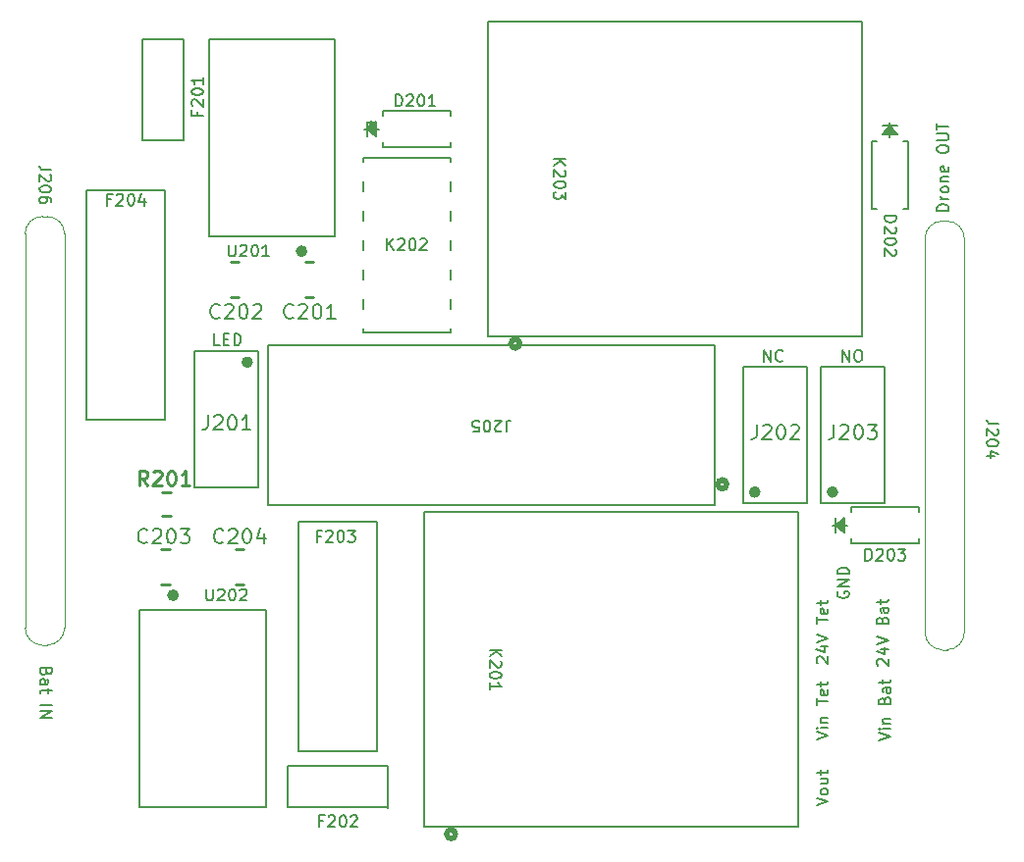
<source format=gbr>
%TF.GenerationSoftware,KiCad,Pcbnew,7.0.6-0*%
%TF.CreationDate,2023-08-01T13:46:47-04:00*%
%TF.ProjectId,Power Selector,506f7765-7220-4536-956c-6563746f722e,rev?*%
%TF.SameCoordinates,Original*%
%TF.FileFunction,Legend,Top*%
%TF.FilePolarity,Positive*%
%FSLAX46Y46*%
G04 Gerber Fmt 4.6, Leading zero omitted, Abs format (unit mm)*
G04 Created by KiCad (PCBNEW 7.0.6-0) date 2023-08-01 13:46:47*
%MOMM*%
%LPD*%
G01*
G04 APERTURE LIST*
%ADD10C,0.150000*%
%ADD11C,0.203200*%
%ADD12C,0.254000*%
%ADD13C,0.152400*%
%ADD14C,0.508000*%
%ADD15C,0.120000*%
%ADD16C,0.500000*%
G04 APERTURE END LIST*
D10*
X62253990Y-121070112D02*
X62206371Y-121212969D01*
X62206371Y-121212969D02*
X62158752Y-121260588D01*
X62158752Y-121260588D02*
X62063514Y-121308207D01*
X62063514Y-121308207D02*
X61920657Y-121308207D01*
X61920657Y-121308207D02*
X61825419Y-121260588D01*
X61825419Y-121260588D02*
X61777800Y-121212969D01*
X61777800Y-121212969D02*
X61730180Y-121117731D01*
X61730180Y-121117731D02*
X61730180Y-120736779D01*
X61730180Y-120736779D02*
X62730180Y-120736779D01*
X62730180Y-120736779D02*
X62730180Y-121070112D01*
X62730180Y-121070112D02*
X62682561Y-121165350D01*
X62682561Y-121165350D02*
X62634942Y-121212969D01*
X62634942Y-121212969D02*
X62539704Y-121260588D01*
X62539704Y-121260588D02*
X62444466Y-121260588D01*
X62444466Y-121260588D02*
X62349228Y-121212969D01*
X62349228Y-121212969D02*
X62301609Y-121165350D01*
X62301609Y-121165350D02*
X62253990Y-121070112D01*
X62253990Y-121070112D02*
X62253990Y-120736779D01*
X61730180Y-122165350D02*
X62253990Y-122165350D01*
X62253990Y-122165350D02*
X62349228Y-122117731D01*
X62349228Y-122117731D02*
X62396847Y-122022493D01*
X62396847Y-122022493D02*
X62396847Y-121832017D01*
X62396847Y-121832017D02*
X62349228Y-121736779D01*
X61777800Y-122165350D02*
X61730180Y-122070112D01*
X61730180Y-122070112D02*
X61730180Y-121832017D01*
X61730180Y-121832017D02*
X61777800Y-121736779D01*
X61777800Y-121736779D02*
X61873038Y-121689160D01*
X61873038Y-121689160D02*
X61968276Y-121689160D01*
X61968276Y-121689160D02*
X62063514Y-121736779D01*
X62063514Y-121736779D02*
X62111133Y-121832017D01*
X62111133Y-121832017D02*
X62111133Y-122070112D01*
X62111133Y-122070112D02*
X62158752Y-122165350D01*
X62396847Y-122498684D02*
X62396847Y-122879636D01*
X62730180Y-122641541D02*
X61873038Y-122641541D01*
X61873038Y-122641541D02*
X61777800Y-122689160D01*
X61777800Y-122689160D02*
X61730180Y-122784398D01*
X61730180Y-122784398D02*
X61730180Y-122879636D01*
X61730180Y-123974875D02*
X62730180Y-123974875D01*
X61730180Y-124451065D02*
X62730180Y-124451065D01*
X62730180Y-124451065D02*
X61730180Y-125022493D01*
X61730180Y-125022493D02*
X62730180Y-125022493D01*
X134069819Y-127006077D02*
X135069819Y-126672744D01*
X135069819Y-126672744D02*
X134069819Y-126339411D01*
X135069819Y-126006077D02*
X134403152Y-126006077D01*
X134069819Y-126006077D02*
X134117438Y-126053696D01*
X134117438Y-126053696D02*
X134165057Y-126006077D01*
X134165057Y-126006077D02*
X134117438Y-125958458D01*
X134117438Y-125958458D02*
X134069819Y-126006077D01*
X134069819Y-126006077D02*
X134165057Y-126006077D01*
X134403152Y-125529887D02*
X135069819Y-125529887D01*
X134498390Y-125529887D02*
X134450771Y-125482268D01*
X134450771Y-125482268D02*
X134403152Y-125387030D01*
X134403152Y-125387030D02*
X134403152Y-125244173D01*
X134403152Y-125244173D02*
X134450771Y-125148935D01*
X134450771Y-125148935D02*
X134546009Y-125101316D01*
X134546009Y-125101316D02*
X135069819Y-125101316D01*
X134546009Y-123529887D02*
X134593628Y-123387030D01*
X134593628Y-123387030D02*
X134641247Y-123339411D01*
X134641247Y-123339411D02*
X134736485Y-123291792D01*
X134736485Y-123291792D02*
X134879342Y-123291792D01*
X134879342Y-123291792D02*
X134974580Y-123339411D01*
X134974580Y-123339411D02*
X135022200Y-123387030D01*
X135022200Y-123387030D02*
X135069819Y-123482268D01*
X135069819Y-123482268D02*
X135069819Y-123863220D01*
X135069819Y-123863220D02*
X134069819Y-123863220D01*
X134069819Y-123863220D02*
X134069819Y-123529887D01*
X134069819Y-123529887D02*
X134117438Y-123434649D01*
X134117438Y-123434649D02*
X134165057Y-123387030D01*
X134165057Y-123387030D02*
X134260295Y-123339411D01*
X134260295Y-123339411D02*
X134355533Y-123339411D01*
X134355533Y-123339411D02*
X134450771Y-123387030D01*
X134450771Y-123387030D02*
X134498390Y-123434649D01*
X134498390Y-123434649D02*
X134546009Y-123529887D01*
X134546009Y-123529887D02*
X134546009Y-123863220D01*
X135069819Y-122434649D02*
X134546009Y-122434649D01*
X134546009Y-122434649D02*
X134450771Y-122482268D01*
X134450771Y-122482268D02*
X134403152Y-122577506D01*
X134403152Y-122577506D02*
X134403152Y-122767982D01*
X134403152Y-122767982D02*
X134450771Y-122863220D01*
X135022200Y-122434649D02*
X135069819Y-122529887D01*
X135069819Y-122529887D02*
X135069819Y-122767982D01*
X135069819Y-122767982D02*
X135022200Y-122863220D01*
X135022200Y-122863220D02*
X134926961Y-122910839D01*
X134926961Y-122910839D02*
X134831723Y-122910839D01*
X134831723Y-122910839D02*
X134736485Y-122863220D01*
X134736485Y-122863220D02*
X134688866Y-122767982D01*
X134688866Y-122767982D02*
X134688866Y-122529887D01*
X134688866Y-122529887D02*
X134641247Y-122434649D01*
X134403152Y-122101315D02*
X134403152Y-121720363D01*
X134069819Y-121958458D02*
X134926961Y-121958458D01*
X134926961Y-121958458D02*
X135022200Y-121910839D01*
X135022200Y-121910839D02*
X135069819Y-121815601D01*
X135069819Y-121815601D02*
X135069819Y-121720363D01*
X130517438Y-114139411D02*
X130469819Y-114234649D01*
X130469819Y-114234649D02*
X130469819Y-114377506D01*
X130469819Y-114377506D02*
X130517438Y-114520363D01*
X130517438Y-114520363D02*
X130612676Y-114615601D01*
X130612676Y-114615601D02*
X130707914Y-114663220D01*
X130707914Y-114663220D02*
X130898390Y-114710839D01*
X130898390Y-114710839D02*
X131041247Y-114710839D01*
X131041247Y-114710839D02*
X131231723Y-114663220D01*
X131231723Y-114663220D02*
X131326961Y-114615601D01*
X131326961Y-114615601D02*
X131422200Y-114520363D01*
X131422200Y-114520363D02*
X131469819Y-114377506D01*
X131469819Y-114377506D02*
X131469819Y-114282268D01*
X131469819Y-114282268D02*
X131422200Y-114139411D01*
X131422200Y-114139411D02*
X131374580Y-114091792D01*
X131374580Y-114091792D02*
X131041247Y-114091792D01*
X131041247Y-114091792D02*
X131041247Y-114282268D01*
X131469819Y-113663220D02*
X130469819Y-113663220D01*
X130469819Y-113663220D02*
X131469819Y-113091792D01*
X131469819Y-113091792D02*
X130469819Y-113091792D01*
X131469819Y-112615601D02*
X130469819Y-112615601D01*
X130469819Y-112615601D02*
X130469819Y-112377506D01*
X130469819Y-112377506D02*
X130517438Y-112234649D01*
X130517438Y-112234649D02*
X130612676Y-112139411D01*
X130612676Y-112139411D02*
X130707914Y-112091792D01*
X130707914Y-112091792D02*
X130898390Y-112044173D01*
X130898390Y-112044173D02*
X131041247Y-112044173D01*
X131041247Y-112044173D02*
X131231723Y-112091792D01*
X131231723Y-112091792D02*
X131326961Y-112139411D01*
X131326961Y-112139411D02*
X131422200Y-112234649D01*
X131422200Y-112234649D02*
X131469819Y-112377506D01*
X131469819Y-112377506D02*
X131469819Y-112615601D01*
X128669819Y-132606077D02*
X129669819Y-132272744D01*
X129669819Y-132272744D02*
X128669819Y-131939411D01*
X129669819Y-131463220D02*
X129622200Y-131558458D01*
X129622200Y-131558458D02*
X129574580Y-131606077D01*
X129574580Y-131606077D02*
X129479342Y-131653696D01*
X129479342Y-131653696D02*
X129193628Y-131653696D01*
X129193628Y-131653696D02*
X129098390Y-131606077D01*
X129098390Y-131606077D02*
X129050771Y-131558458D01*
X129050771Y-131558458D02*
X129003152Y-131463220D01*
X129003152Y-131463220D02*
X129003152Y-131320363D01*
X129003152Y-131320363D02*
X129050771Y-131225125D01*
X129050771Y-131225125D02*
X129098390Y-131177506D01*
X129098390Y-131177506D02*
X129193628Y-131129887D01*
X129193628Y-131129887D02*
X129479342Y-131129887D01*
X129479342Y-131129887D02*
X129574580Y-131177506D01*
X129574580Y-131177506D02*
X129622200Y-131225125D01*
X129622200Y-131225125D02*
X129669819Y-131320363D01*
X129669819Y-131320363D02*
X129669819Y-131463220D01*
X129003152Y-130272744D02*
X129669819Y-130272744D01*
X129003152Y-130701315D02*
X129526961Y-130701315D01*
X129526961Y-130701315D02*
X129622200Y-130653696D01*
X129622200Y-130653696D02*
X129669819Y-130558458D01*
X129669819Y-130558458D02*
X129669819Y-130415601D01*
X129669819Y-130415601D02*
X129622200Y-130320363D01*
X129622200Y-130320363D02*
X129574580Y-130272744D01*
X129003152Y-129939410D02*
X129003152Y-129558458D01*
X128669819Y-129796553D02*
X129526961Y-129796553D01*
X129526961Y-129796553D02*
X129622200Y-129748934D01*
X129622200Y-129748934D02*
X129669819Y-129653696D01*
X129669819Y-129653696D02*
X129669819Y-129558458D01*
X128669819Y-126906077D02*
X129669819Y-126572744D01*
X129669819Y-126572744D02*
X128669819Y-126239411D01*
X129669819Y-125906077D02*
X129003152Y-125906077D01*
X128669819Y-125906077D02*
X128717438Y-125953696D01*
X128717438Y-125953696D02*
X128765057Y-125906077D01*
X128765057Y-125906077D02*
X128717438Y-125858458D01*
X128717438Y-125858458D02*
X128669819Y-125906077D01*
X128669819Y-125906077D02*
X128765057Y-125906077D01*
X129003152Y-125429887D02*
X129669819Y-125429887D01*
X129098390Y-125429887D02*
X129050771Y-125382268D01*
X129050771Y-125382268D02*
X129003152Y-125287030D01*
X129003152Y-125287030D02*
X129003152Y-125144173D01*
X129003152Y-125144173D02*
X129050771Y-125048935D01*
X129050771Y-125048935D02*
X129146009Y-125001316D01*
X129146009Y-125001316D02*
X129669819Y-125001316D01*
X128669819Y-123906077D02*
X128669819Y-123334649D01*
X129669819Y-123620363D02*
X128669819Y-123620363D01*
X129622200Y-122620363D02*
X129669819Y-122715601D01*
X129669819Y-122715601D02*
X129669819Y-122906077D01*
X129669819Y-122906077D02*
X129622200Y-123001315D01*
X129622200Y-123001315D02*
X129526961Y-123048934D01*
X129526961Y-123048934D02*
X129146009Y-123048934D01*
X129146009Y-123048934D02*
X129050771Y-123001315D01*
X129050771Y-123001315D02*
X129003152Y-122906077D01*
X129003152Y-122906077D02*
X129003152Y-122715601D01*
X129003152Y-122715601D02*
X129050771Y-122620363D01*
X129050771Y-122620363D02*
X129146009Y-122572744D01*
X129146009Y-122572744D02*
X129241247Y-122572744D01*
X129241247Y-122572744D02*
X129336485Y-123048934D01*
X129003152Y-122287029D02*
X129003152Y-121906077D01*
X128669819Y-122144172D02*
X129526961Y-122144172D01*
X129526961Y-122144172D02*
X129622200Y-122096553D01*
X129622200Y-122096553D02*
X129669819Y-122001315D01*
X129669819Y-122001315D02*
X129669819Y-121906077D01*
X77212969Y-92869819D02*
X76736779Y-92869819D01*
X76736779Y-92869819D02*
X76736779Y-91869819D01*
X77546303Y-92346009D02*
X77879636Y-92346009D01*
X78022493Y-92869819D02*
X77546303Y-92869819D01*
X77546303Y-92869819D02*
X77546303Y-91869819D01*
X77546303Y-91869819D02*
X78022493Y-91869819D01*
X78451065Y-92869819D02*
X78451065Y-91869819D01*
X78451065Y-91869819D02*
X78689160Y-91869819D01*
X78689160Y-91869819D02*
X78832017Y-91917438D01*
X78832017Y-91917438D02*
X78927255Y-92012676D01*
X78927255Y-92012676D02*
X78974874Y-92107914D01*
X78974874Y-92107914D02*
X79022493Y-92298390D01*
X79022493Y-92298390D02*
X79022493Y-92441247D01*
X79022493Y-92441247D02*
X78974874Y-92631723D01*
X78974874Y-92631723D02*
X78927255Y-92726961D01*
X78927255Y-92726961D02*
X78832017Y-92822200D01*
X78832017Y-92822200D02*
X78689160Y-92869819D01*
X78689160Y-92869819D02*
X78451065Y-92869819D01*
X140069819Y-81263220D02*
X139069819Y-81263220D01*
X139069819Y-81263220D02*
X139069819Y-81025125D01*
X139069819Y-81025125D02*
X139117438Y-80882268D01*
X139117438Y-80882268D02*
X139212676Y-80787030D01*
X139212676Y-80787030D02*
X139307914Y-80739411D01*
X139307914Y-80739411D02*
X139498390Y-80691792D01*
X139498390Y-80691792D02*
X139641247Y-80691792D01*
X139641247Y-80691792D02*
X139831723Y-80739411D01*
X139831723Y-80739411D02*
X139926961Y-80787030D01*
X139926961Y-80787030D02*
X140022200Y-80882268D01*
X140022200Y-80882268D02*
X140069819Y-81025125D01*
X140069819Y-81025125D02*
X140069819Y-81263220D01*
X140069819Y-80263220D02*
X139403152Y-80263220D01*
X139593628Y-80263220D02*
X139498390Y-80215601D01*
X139498390Y-80215601D02*
X139450771Y-80167982D01*
X139450771Y-80167982D02*
X139403152Y-80072744D01*
X139403152Y-80072744D02*
X139403152Y-79977506D01*
X140069819Y-79501315D02*
X140022200Y-79596553D01*
X140022200Y-79596553D02*
X139974580Y-79644172D01*
X139974580Y-79644172D02*
X139879342Y-79691791D01*
X139879342Y-79691791D02*
X139593628Y-79691791D01*
X139593628Y-79691791D02*
X139498390Y-79644172D01*
X139498390Y-79644172D02*
X139450771Y-79596553D01*
X139450771Y-79596553D02*
X139403152Y-79501315D01*
X139403152Y-79501315D02*
X139403152Y-79358458D01*
X139403152Y-79358458D02*
X139450771Y-79263220D01*
X139450771Y-79263220D02*
X139498390Y-79215601D01*
X139498390Y-79215601D02*
X139593628Y-79167982D01*
X139593628Y-79167982D02*
X139879342Y-79167982D01*
X139879342Y-79167982D02*
X139974580Y-79215601D01*
X139974580Y-79215601D02*
X140022200Y-79263220D01*
X140022200Y-79263220D02*
X140069819Y-79358458D01*
X140069819Y-79358458D02*
X140069819Y-79501315D01*
X139403152Y-78739410D02*
X140069819Y-78739410D01*
X139498390Y-78739410D02*
X139450771Y-78691791D01*
X139450771Y-78691791D02*
X139403152Y-78596553D01*
X139403152Y-78596553D02*
X139403152Y-78453696D01*
X139403152Y-78453696D02*
X139450771Y-78358458D01*
X139450771Y-78358458D02*
X139546009Y-78310839D01*
X139546009Y-78310839D02*
X140069819Y-78310839D01*
X140022200Y-77453696D02*
X140069819Y-77548934D01*
X140069819Y-77548934D02*
X140069819Y-77739410D01*
X140069819Y-77739410D02*
X140022200Y-77834648D01*
X140022200Y-77834648D02*
X139926961Y-77882267D01*
X139926961Y-77882267D02*
X139546009Y-77882267D01*
X139546009Y-77882267D02*
X139450771Y-77834648D01*
X139450771Y-77834648D02*
X139403152Y-77739410D01*
X139403152Y-77739410D02*
X139403152Y-77548934D01*
X139403152Y-77548934D02*
X139450771Y-77453696D01*
X139450771Y-77453696D02*
X139546009Y-77406077D01*
X139546009Y-77406077D02*
X139641247Y-77406077D01*
X139641247Y-77406077D02*
X139736485Y-77882267D01*
X139069819Y-76025124D02*
X139069819Y-75834648D01*
X139069819Y-75834648D02*
X139117438Y-75739410D01*
X139117438Y-75739410D02*
X139212676Y-75644172D01*
X139212676Y-75644172D02*
X139403152Y-75596553D01*
X139403152Y-75596553D02*
X139736485Y-75596553D01*
X139736485Y-75596553D02*
X139926961Y-75644172D01*
X139926961Y-75644172D02*
X140022200Y-75739410D01*
X140022200Y-75739410D02*
X140069819Y-75834648D01*
X140069819Y-75834648D02*
X140069819Y-76025124D01*
X140069819Y-76025124D02*
X140022200Y-76120362D01*
X140022200Y-76120362D02*
X139926961Y-76215600D01*
X139926961Y-76215600D02*
X139736485Y-76263219D01*
X139736485Y-76263219D02*
X139403152Y-76263219D01*
X139403152Y-76263219D02*
X139212676Y-76215600D01*
X139212676Y-76215600D02*
X139117438Y-76120362D01*
X139117438Y-76120362D02*
X139069819Y-76025124D01*
X139069819Y-75167981D02*
X139879342Y-75167981D01*
X139879342Y-75167981D02*
X139974580Y-75120362D01*
X139974580Y-75120362D02*
X140022200Y-75072743D01*
X140022200Y-75072743D02*
X140069819Y-74977505D01*
X140069819Y-74977505D02*
X140069819Y-74787029D01*
X140069819Y-74787029D02*
X140022200Y-74691791D01*
X140022200Y-74691791D02*
X139974580Y-74644172D01*
X139974580Y-74644172D02*
X139879342Y-74596553D01*
X139879342Y-74596553D02*
X139069819Y-74596553D01*
X139069819Y-74263219D02*
X139069819Y-73691791D01*
X140069819Y-73977505D02*
X139069819Y-73977505D01*
X133965057Y-120510839D02*
X133917438Y-120463220D01*
X133917438Y-120463220D02*
X133869819Y-120367982D01*
X133869819Y-120367982D02*
X133869819Y-120129887D01*
X133869819Y-120129887D02*
X133917438Y-120034649D01*
X133917438Y-120034649D02*
X133965057Y-119987030D01*
X133965057Y-119987030D02*
X134060295Y-119939411D01*
X134060295Y-119939411D02*
X134155533Y-119939411D01*
X134155533Y-119939411D02*
X134298390Y-119987030D01*
X134298390Y-119987030D02*
X134869819Y-120558458D01*
X134869819Y-120558458D02*
X134869819Y-119939411D01*
X134203152Y-119082268D02*
X134869819Y-119082268D01*
X133822200Y-119320363D02*
X134536485Y-119558458D01*
X134536485Y-119558458D02*
X134536485Y-118939411D01*
X133869819Y-118701315D02*
X134869819Y-118367982D01*
X134869819Y-118367982D02*
X133869819Y-118034649D01*
X134346009Y-116606077D02*
X134393628Y-116463220D01*
X134393628Y-116463220D02*
X134441247Y-116415601D01*
X134441247Y-116415601D02*
X134536485Y-116367982D01*
X134536485Y-116367982D02*
X134679342Y-116367982D01*
X134679342Y-116367982D02*
X134774580Y-116415601D01*
X134774580Y-116415601D02*
X134822200Y-116463220D01*
X134822200Y-116463220D02*
X134869819Y-116558458D01*
X134869819Y-116558458D02*
X134869819Y-116939410D01*
X134869819Y-116939410D02*
X133869819Y-116939410D01*
X133869819Y-116939410D02*
X133869819Y-116606077D01*
X133869819Y-116606077D02*
X133917438Y-116510839D01*
X133917438Y-116510839D02*
X133965057Y-116463220D01*
X133965057Y-116463220D02*
X134060295Y-116415601D01*
X134060295Y-116415601D02*
X134155533Y-116415601D01*
X134155533Y-116415601D02*
X134250771Y-116463220D01*
X134250771Y-116463220D02*
X134298390Y-116510839D01*
X134298390Y-116510839D02*
X134346009Y-116606077D01*
X134346009Y-116606077D02*
X134346009Y-116939410D01*
X134869819Y-115510839D02*
X134346009Y-115510839D01*
X134346009Y-115510839D02*
X134250771Y-115558458D01*
X134250771Y-115558458D02*
X134203152Y-115653696D01*
X134203152Y-115653696D02*
X134203152Y-115844172D01*
X134203152Y-115844172D02*
X134250771Y-115939410D01*
X134822200Y-115510839D02*
X134869819Y-115606077D01*
X134869819Y-115606077D02*
X134869819Y-115844172D01*
X134869819Y-115844172D02*
X134822200Y-115939410D01*
X134822200Y-115939410D02*
X134726961Y-115987029D01*
X134726961Y-115987029D02*
X134631723Y-115987029D01*
X134631723Y-115987029D02*
X134536485Y-115939410D01*
X134536485Y-115939410D02*
X134488866Y-115844172D01*
X134488866Y-115844172D02*
X134488866Y-115606077D01*
X134488866Y-115606077D02*
X134441247Y-115510839D01*
X134203152Y-115177505D02*
X134203152Y-114796553D01*
X133869819Y-115034648D02*
X134726961Y-115034648D01*
X134726961Y-115034648D02*
X134822200Y-114987029D01*
X134822200Y-114987029D02*
X134869819Y-114891791D01*
X134869819Y-114891791D02*
X134869819Y-114796553D01*
X128765057Y-120310839D02*
X128717438Y-120263220D01*
X128717438Y-120263220D02*
X128669819Y-120167982D01*
X128669819Y-120167982D02*
X128669819Y-119929887D01*
X128669819Y-119929887D02*
X128717438Y-119834649D01*
X128717438Y-119834649D02*
X128765057Y-119787030D01*
X128765057Y-119787030D02*
X128860295Y-119739411D01*
X128860295Y-119739411D02*
X128955533Y-119739411D01*
X128955533Y-119739411D02*
X129098390Y-119787030D01*
X129098390Y-119787030D02*
X129669819Y-120358458D01*
X129669819Y-120358458D02*
X129669819Y-119739411D01*
X129003152Y-118882268D02*
X129669819Y-118882268D01*
X128622200Y-119120363D02*
X129336485Y-119358458D01*
X129336485Y-119358458D02*
X129336485Y-118739411D01*
X128669819Y-118501315D02*
X129669819Y-118167982D01*
X129669819Y-118167982D02*
X128669819Y-117834649D01*
X128669819Y-116882267D02*
X128669819Y-116310839D01*
X129669819Y-116596553D02*
X128669819Y-116596553D01*
X129622200Y-115596553D02*
X129669819Y-115691791D01*
X129669819Y-115691791D02*
X129669819Y-115882267D01*
X129669819Y-115882267D02*
X129622200Y-115977505D01*
X129622200Y-115977505D02*
X129526961Y-116025124D01*
X129526961Y-116025124D02*
X129146009Y-116025124D01*
X129146009Y-116025124D02*
X129050771Y-115977505D01*
X129050771Y-115977505D02*
X129003152Y-115882267D01*
X129003152Y-115882267D02*
X129003152Y-115691791D01*
X129003152Y-115691791D02*
X129050771Y-115596553D01*
X129050771Y-115596553D02*
X129146009Y-115548934D01*
X129146009Y-115548934D02*
X129241247Y-115548934D01*
X129241247Y-115548934D02*
X129336485Y-116025124D01*
X129003152Y-115263219D02*
X129003152Y-114882267D01*
X128669819Y-115120362D02*
X129526961Y-115120362D01*
X129526961Y-115120362D02*
X129622200Y-115072743D01*
X129622200Y-115072743D02*
X129669819Y-114977505D01*
X129669819Y-114977505D02*
X129669819Y-114882267D01*
X130936779Y-94269819D02*
X130936779Y-93269819D01*
X130936779Y-93269819D02*
X131508207Y-94269819D01*
X131508207Y-94269819D02*
X131508207Y-93269819D01*
X132174874Y-93269819D02*
X132365350Y-93269819D01*
X132365350Y-93269819D02*
X132460588Y-93317438D01*
X132460588Y-93317438D02*
X132555826Y-93412676D01*
X132555826Y-93412676D02*
X132603445Y-93603152D01*
X132603445Y-93603152D02*
X132603445Y-93936485D01*
X132603445Y-93936485D02*
X132555826Y-94126961D01*
X132555826Y-94126961D02*
X132460588Y-94222200D01*
X132460588Y-94222200D02*
X132365350Y-94269819D01*
X132365350Y-94269819D02*
X132174874Y-94269819D01*
X132174874Y-94269819D02*
X132079636Y-94222200D01*
X132079636Y-94222200D02*
X131984398Y-94126961D01*
X131984398Y-94126961D02*
X131936779Y-93936485D01*
X131936779Y-93936485D02*
X131936779Y-93603152D01*
X131936779Y-93603152D02*
X131984398Y-93412676D01*
X131984398Y-93412676D02*
X132079636Y-93317438D01*
X132079636Y-93317438D02*
X132174874Y-93269819D01*
X124136779Y-94269819D02*
X124136779Y-93269819D01*
X124136779Y-93269819D02*
X124708207Y-94269819D01*
X124708207Y-94269819D02*
X124708207Y-93269819D01*
X125755826Y-94174580D02*
X125708207Y-94222200D01*
X125708207Y-94222200D02*
X125565350Y-94269819D01*
X125565350Y-94269819D02*
X125470112Y-94269819D01*
X125470112Y-94269819D02*
X125327255Y-94222200D01*
X125327255Y-94222200D02*
X125232017Y-94126961D01*
X125232017Y-94126961D02*
X125184398Y-94031723D01*
X125184398Y-94031723D02*
X125136779Y-93841247D01*
X125136779Y-93841247D02*
X125136779Y-93698390D01*
X125136779Y-93698390D02*
X125184398Y-93507914D01*
X125184398Y-93507914D02*
X125232017Y-93412676D01*
X125232017Y-93412676D02*
X125327255Y-93317438D01*
X125327255Y-93317438D02*
X125470112Y-93269819D01*
X125470112Y-93269819D02*
X125565350Y-93269819D01*
X125565350Y-93269819D02*
X125708207Y-93317438D01*
X125708207Y-93317438D02*
X125755826Y-93365057D01*
X101925714Y-100345180D02*
X101925714Y-99630895D01*
X101925714Y-99630895D02*
X101973333Y-99488038D01*
X101973333Y-99488038D02*
X102068571Y-99392800D01*
X102068571Y-99392800D02*
X102211428Y-99345180D01*
X102211428Y-99345180D02*
X102306666Y-99345180D01*
X101497142Y-100249942D02*
X101449523Y-100297561D01*
X101449523Y-100297561D02*
X101354285Y-100345180D01*
X101354285Y-100345180D02*
X101116190Y-100345180D01*
X101116190Y-100345180D02*
X101020952Y-100297561D01*
X101020952Y-100297561D02*
X100973333Y-100249942D01*
X100973333Y-100249942D02*
X100925714Y-100154704D01*
X100925714Y-100154704D02*
X100925714Y-100059466D01*
X100925714Y-100059466D02*
X100973333Y-99916609D01*
X100973333Y-99916609D02*
X101544761Y-99345180D01*
X101544761Y-99345180D02*
X100925714Y-99345180D01*
X100306666Y-100345180D02*
X100211428Y-100345180D01*
X100211428Y-100345180D02*
X100116190Y-100297561D01*
X100116190Y-100297561D02*
X100068571Y-100249942D01*
X100068571Y-100249942D02*
X100020952Y-100154704D01*
X100020952Y-100154704D02*
X99973333Y-99964228D01*
X99973333Y-99964228D02*
X99973333Y-99726133D01*
X99973333Y-99726133D02*
X100020952Y-99535657D01*
X100020952Y-99535657D02*
X100068571Y-99440419D01*
X100068571Y-99440419D02*
X100116190Y-99392800D01*
X100116190Y-99392800D02*
X100211428Y-99345180D01*
X100211428Y-99345180D02*
X100306666Y-99345180D01*
X100306666Y-99345180D02*
X100401904Y-99392800D01*
X100401904Y-99392800D02*
X100449523Y-99440419D01*
X100449523Y-99440419D02*
X100497142Y-99535657D01*
X100497142Y-99535657D02*
X100544761Y-99726133D01*
X100544761Y-99726133D02*
X100544761Y-99964228D01*
X100544761Y-99964228D02*
X100497142Y-100154704D01*
X100497142Y-100154704D02*
X100449523Y-100249942D01*
X100449523Y-100249942D02*
X100401904Y-100297561D01*
X100401904Y-100297561D02*
X100306666Y-100345180D01*
X99068571Y-100345180D02*
X99544761Y-100345180D01*
X99544761Y-100345180D02*
X99592380Y-99868990D01*
X99592380Y-99868990D02*
X99544761Y-99916609D01*
X99544761Y-99916609D02*
X99449523Y-99964228D01*
X99449523Y-99964228D02*
X99211428Y-99964228D01*
X99211428Y-99964228D02*
X99116190Y-99916609D01*
X99116190Y-99916609D02*
X99068571Y-99868990D01*
X99068571Y-99868990D02*
X99020952Y-99773752D01*
X99020952Y-99773752D02*
X99020952Y-99535657D01*
X99020952Y-99535657D02*
X99068571Y-99440419D01*
X99068571Y-99440419D02*
X99116190Y-99392800D01*
X99116190Y-99392800D02*
X99211428Y-99345180D01*
X99211428Y-99345180D02*
X99449523Y-99345180D01*
X99449523Y-99345180D02*
X99544761Y-99392800D01*
X99544761Y-99392800D02*
X99592380Y-99440419D01*
X67834285Y-80281009D02*
X67500952Y-80281009D01*
X67500952Y-80804819D02*
X67500952Y-79804819D01*
X67500952Y-79804819D02*
X67977142Y-79804819D01*
X68310476Y-79900057D02*
X68358095Y-79852438D01*
X68358095Y-79852438D02*
X68453333Y-79804819D01*
X68453333Y-79804819D02*
X68691428Y-79804819D01*
X68691428Y-79804819D02*
X68786666Y-79852438D01*
X68786666Y-79852438D02*
X68834285Y-79900057D01*
X68834285Y-79900057D02*
X68881904Y-79995295D01*
X68881904Y-79995295D02*
X68881904Y-80090533D01*
X68881904Y-80090533D02*
X68834285Y-80233390D01*
X68834285Y-80233390D02*
X68262857Y-80804819D01*
X68262857Y-80804819D02*
X68881904Y-80804819D01*
X69500952Y-79804819D02*
X69596190Y-79804819D01*
X69596190Y-79804819D02*
X69691428Y-79852438D01*
X69691428Y-79852438D02*
X69739047Y-79900057D01*
X69739047Y-79900057D02*
X69786666Y-79995295D01*
X69786666Y-79995295D02*
X69834285Y-80185771D01*
X69834285Y-80185771D02*
X69834285Y-80423866D01*
X69834285Y-80423866D02*
X69786666Y-80614342D01*
X69786666Y-80614342D02*
X69739047Y-80709580D01*
X69739047Y-80709580D02*
X69691428Y-80757200D01*
X69691428Y-80757200D02*
X69596190Y-80804819D01*
X69596190Y-80804819D02*
X69500952Y-80804819D01*
X69500952Y-80804819D02*
X69405714Y-80757200D01*
X69405714Y-80757200D02*
X69358095Y-80709580D01*
X69358095Y-80709580D02*
X69310476Y-80614342D01*
X69310476Y-80614342D02*
X69262857Y-80423866D01*
X69262857Y-80423866D02*
X69262857Y-80185771D01*
X69262857Y-80185771D02*
X69310476Y-79995295D01*
X69310476Y-79995295D02*
X69358095Y-79900057D01*
X69358095Y-79900057D02*
X69405714Y-79852438D01*
X69405714Y-79852438D02*
X69500952Y-79804819D01*
X70691428Y-80138152D02*
X70691428Y-80804819D01*
X70453333Y-79757200D02*
X70215238Y-80471485D01*
X70215238Y-80471485D02*
X70834285Y-80471485D01*
D11*
X77498809Y-109856006D02*
X77438333Y-109916483D01*
X77438333Y-109916483D02*
X77256904Y-109976959D01*
X77256904Y-109976959D02*
X77135952Y-109976959D01*
X77135952Y-109976959D02*
X76954523Y-109916483D01*
X76954523Y-109916483D02*
X76833571Y-109795530D01*
X76833571Y-109795530D02*
X76773094Y-109674578D01*
X76773094Y-109674578D02*
X76712618Y-109432673D01*
X76712618Y-109432673D02*
X76712618Y-109251244D01*
X76712618Y-109251244D02*
X76773094Y-109009340D01*
X76773094Y-109009340D02*
X76833571Y-108888387D01*
X76833571Y-108888387D02*
X76954523Y-108767435D01*
X76954523Y-108767435D02*
X77135952Y-108706959D01*
X77135952Y-108706959D02*
X77256904Y-108706959D01*
X77256904Y-108706959D02*
X77438333Y-108767435D01*
X77438333Y-108767435D02*
X77498809Y-108827911D01*
X77982618Y-108827911D02*
X78043094Y-108767435D01*
X78043094Y-108767435D02*
X78164047Y-108706959D01*
X78164047Y-108706959D02*
X78466428Y-108706959D01*
X78466428Y-108706959D02*
X78587380Y-108767435D01*
X78587380Y-108767435D02*
X78647856Y-108827911D01*
X78647856Y-108827911D02*
X78708333Y-108948863D01*
X78708333Y-108948863D02*
X78708333Y-109069816D01*
X78708333Y-109069816D02*
X78647856Y-109251244D01*
X78647856Y-109251244D02*
X77922142Y-109976959D01*
X77922142Y-109976959D02*
X78708333Y-109976959D01*
X79494523Y-108706959D02*
X79615476Y-108706959D01*
X79615476Y-108706959D02*
X79736428Y-108767435D01*
X79736428Y-108767435D02*
X79796904Y-108827911D01*
X79796904Y-108827911D02*
X79857380Y-108948863D01*
X79857380Y-108948863D02*
X79917857Y-109190768D01*
X79917857Y-109190768D02*
X79917857Y-109493149D01*
X79917857Y-109493149D02*
X79857380Y-109735054D01*
X79857380Y-109735054D02*
X79796904Y-109856006D01*
X79796904Y-109856006D02*
X79736428Y-109916483D01*
X79736428Y-109916483D02*
X79615476Y-109976959D01*
X79615476Y-109976959D02*
X79494523Y-109976959D01*
X79494523Y-109976959D02*
X79373571Y-109916483D01*
X79373571Y-109916483D02*
X79313095Y-109856006D01*
X79313095Y-109856006D02*
X79252618Y-109735054D01*
X79252618Y-109735054D02*
X79192142Y-109493149D01*
X79192142Y-109493149D02*
X79192142Y-109190768D01*
X79192142Y-109190768D02*
X79252618Y-108948863D01*
X79252618Y-108948863D02*
X79313095Y-108827911D01*
X79313095Y-108827911D02*
X79373571Y-108767435D01*
X79373571Y-108767435D02*
X79494523Y-108706959D01*
X81006428Y-109130292D02*
X81006428Y-109976959D01*
X80704047Y-108646483D02*
X80401666Y-109553625D01*
X80401666Y-109553625D02*
X81187857Y-109553625D01*
D10*
X144345180Y-99649945D02*
X143630895Y-99649945D01*
X143630895Y-99649945D02*
X143488038Y-99602326D01*
X143488038Y-99602326D02*
X143392800Y-99507088D01*
X143392800Y-99507088D02*
X143345180Y-99364231D01*
X143345180Y-99364231D02*
X143345180Y-99268993D01*
X144249942Y-100078517D02*
X144297561Y-100126136D01*
X144297561Y-100126136D02*
X144345180Y-100221374D01*
X144345180Y-100221374D02*
X144345180Y-100459469D01*
X144345180Y-100459469D02*
X144297561Y-100554707D01*
X144297561Y-100554707D02*
X144249942Y-100602326D01*
X144249942Y-100602326D02*
X144154704Y-100649945D01*
X144154704Y-100649945D02*
X144059466Y-100649945D01*
X144059466Y-100649945D02*
X143916609Y-100602326D01*
X143916609Y-100602326D02*
X143345180Y-100030898D01*
X143345180Y-100030898D02*
X143345180Y-100649945D01*
X144345180Y-101268993D02*
X144345180Y-101364231D01*
X144345180Y-101364231D02*
X144297561Y-101459469D01*
X144297561Y-101459469D02*
X144249942Y-101507088D01*
X144249942Y-101507088D02*
X144154704Y-101554707D01*
X144154704Y-101554707D02*
X143964228Y-101602326D01*
X143964228Y-101602326D02*
X143726133Y-101602326D01*
X143726133Y-101602326D02*
X143535657Y-101554707D01*
X143535657Y-101554707D02*
X143440419Y-101507088D01*
X143440419Y-101507088D02*
X143392800Y-101459469D01*
X143392800Y-101459469D02*
X143345180Y-101364231D01*
X143345180Y-101364231D02*
X143345180Y-101268993D01*
X143345180Y-101268993D02*
X143392800Y-101173755D01*
X143392800Y-101173755D02*
X143440419Y-101126136D01*
X143440419Y-101126136D02*
X143535657Y-101078517D01*
X143535657Y-101078517D02*
X143726133Y-101030898D01*
X143726133Y-101030898D02*
X143964228Y-101030898D01*
X143964228Y-101030898D02*
X144154704Y-101078517D01*
X144154704Y-101078517D02*
X144249942Y-101126136D01*
X144249942Y-101126136D02*
X144297561Y-101173755D01*
X144297561Y-101173755D02*
X144345180Y-101268993D01*
X144011847Y-102459469D02*
X143345180Y-102459469D01*
X144392800Y-102221374D02*
X143678514Y-101983279D01*
X143678514Y-101983279D02*
X143678514Y-102602326D01*
D11*
X83548809Y-90456006D02*
X83488333Y-90516483D01*
X83488333Y-90516483D02*
X83306904Y-90576959D01*
X83306904Y-90576959D02*
X83185952Y-90576959D01*
X83185952Y-90576959D02*
X83004523Y-90516483D01*
X83004523Y-90516483D02*
X82883571Y-90395530D01*
X82883571Y-90395530D02*
X82823094Y-90274578D01*
X82823094Y-90274578D02*
X82762618Y-90032673D01*
X82762618Y-90032673D02*
X82762618Y-89851244D01*
X82762618Y-89851244D02*
X82823094Y-89609340D01*
X82823094Y-89609340D02*
X82883571Y-89488387D01*
X82883571Y-89488387D02*
X83004523Y-89367435D01*
X83004523Y-89367435D02*
X83185952Y-89306959D01*
X83185952Y-89306959D02*
X83306904Y-89306959D01*
X83306904Y-89306959D02*
X83488333Y-89367435D01*
X83488333Y-89367435D02*
X83548809Y-89427911D01*
X84032618Y-89427911D02*
X84093094Y-89367435D01*
X84093094Y-89367435D02*
X84214047Y-89306959D01*
X84214047Y-89306959D02*
X84516428Y-89306959D01*
X84516428Y-89306959D02*
X84637380Y-89367435D01*
X84637380Y-89367435D02*
X84697856Y-89427911D01*
X84697856Y-89427911D02*
X84758333Y-89548863D01*
X84758333Y-89548863D02*
X84758333Y-89669816D01*
X84758333Y-89669816D02*
X84697856Y-89851244D01*
X84697856Y-89851244D02*
X83972142Y-90576959D01*
X83972142Y-90576959D02*
X84758333Y-90576959D01*
X85544523Y-89306959D02*
X85665476Y-89306959D01*
X85665476Y-89306959D02*
X85786428Y-89367435D01*
X85786428Y-89367435D02*
X85846904Y-89427911D01*
X85846904Y-89427911D02*
X85907380Y-89548863D01*
X85907380Y-89548863D02*
X85967857Y-89790768D01*
X85967857Y-89790768D02*
X85967857Y-90093149D01*
X85967857Y-90093149D02*
X85907380Y-90335054D01*
X85907380Y-90335054D02*
X85846904Y-90456006D01*
X85846904Y-90456006D02*
X85786428Y-90516483D01*
X85786428Y-90516483D02*
X85665476Y-90576959D01*
X85665476Y-90576959D02*
X85544523Y-90576959D01*
X85544523Y-90576959D02*
X85423571Y-90516483D01*
X85423571Y-90516483D02*
X85363095Y-90456006D01*
X85363095Y-90456006D02*
X85302618Y-90335054D01*
X85302618Y-90335054D02*
X85242142Y-90093149D01*
X85242142Y-90093149D02*
X85242142Y-89790768D01*
X85242142Y-89790768D02*
X85302618Y-89548863D01*
X85302618Y-89548863D02*
X85363095Y-89427911D01*
X85363095Y-89427911D02*
X85423571Y-89367435D01*
X85423571Y-89367435D02*
X85544523Y-89306959D01*
X87177381Y-90576959D02*
X86451666Y-90576959D01*
X86814523Y-90576959D02*
X86814523Y-89306959D01*
X86814523Y-89306959D02*
X86693571Y-89488387D01*
X86693571Y-89488387D02*
X86572619Y-89609340D01*
X86572619Y-89609340D02*
X86451666Y-89669816D01*
D10*
X62665180Y-77714285D02*
X61950895Y-77714285D01*
X61950895Y-77714285D02*
X61808038Y-77666666D01*
X61808038Y-77666666D02*
X61712800Y-77571428D01*
X61712800Y-77571428D02*
X61665180Y-77428571D01*
X61665180Y-77428571D02*
X61665180Y-77333333D01*
X62569942Y-78142857D02*
X62617561Y-78190476D01*
X62617561Y-78190476D02*
X62665180Y-78285714D01*
X62665180Y-78285714D02*
X62665180Y-78523809D01*
X62665180Y-78523809D02*
X62617561Y-78619047D01*
X62617561Y-78619047D02*
X62569942Y-78666666D01*
X62569942Y-78666666D02*
X62474704Y-78714285D01*
X62474704Y-78714285D02*
X62379466Y-78714285D01*
X62379466Y-78714285D02*
X62236609Y-78666666D01*
X62236609Y-78666666D02*
X61665180Y-78095238D01*
X61665180Y-78095238D02*
X61665180Y-78714285D01*
X62665180Y-79333333D02*
X62665180Y-79428571D01*
X62665180Y-79428571D02*
X62617561Y-79523809D01*
X62617561Y-79523809D02*
X62569942Y-79571428D01*
X62569942Y-79571428D02*
X62474704Y-79619047D01*
X62474704Y-79619047D02*
X62284228Y-79666666D01*
X62284228Y-79666666D02*
X62046133Y-79666666D01*
X62046133Y-79666666D02*
X61855657Y-79619047D01*
X61855657Y-79619047D02*
X61760419Y-79571428D01*
X61760419Y-79571428D02*
X61712800Y-79523809D01*
X61712800Y-79523809D02*
X61665180Y-79428571D01*
X61665180Y-79428571D02*
X61665180Y-79333333D01*
X61665180Y-79333333D02*
X61712800Y-79238095D01*
X61712800Y-79238095D02*
X61760419Y-79190476D01*
X61760419Y-79190476D02*
X61855657Y-79142857D01*
X61855657Y-79142857D02*
X62046133Y-79095238D01*
X62046133Y-79095238D02*
X62284228Y-79095238D01*
X62284228Y-79095238D02*
X62474704Y-79142857D01*
X62474704Y-79142857D02*
X62569942Y-79190476D01*
X62569942Y-79190476D02*
X62617561Y-79238095D01*
X62617561Y-79238095D02*
X62665180Y-79333333D01*
X62665180Y-80523809D02*
X62665180Y-80333333D01*
X62665180Y-80333333D02*
X62617561Y-80238095D01*
X62617561Y-80238095D02*
X62569942Y-80190476D01*
X62569942Y-80190476D02*
X62427085Y-80095238D01*
X62427085Y-80095238D02*
X62236609Y-80047619D01*
X62236609Y-80047619D02*
X61855657Y-80047619D01*
X61855657Y-80047619D02*
X61760419Y-80095238D01*
X61760419Y-80095238D02*
X61712800Y-80142857D01*
X61712800Y-80142857D02*
X61665180Y-80238095D01*
X61665180Y-80238095D02*
X61665180Y-80428571D01*
X61665180Y-80428571D02*
X61712800Y-80523809D01*
X61712800Y-80523809D02*
X61760419Y-80571428D01*
X61760419Y-80571428D02*
X61855657Y-80619047D01*
X61855657Y-80619047D02*
X62093752Y-80619047D01*
X62093752Y-80619047D02*
X62188990Y-80571428D01*
X62188990Y-80571428D02*
X62236609Y-80523809D01*
X62236609Y-80523809D02*
X62284228Y-80428571D01*
X62284228Y-80428571D02*
X62284228Y-80238095D01*
X62284228Y-80238095D02*
X62236609Y-80142857D01*
X62236609Y-80142857D02*
X62188990Y-80095238D01*
X62188990Y-80095238D02*
X62093752Y-80047619D01*
D11*
X76167143Y-98906959D02*
X76167143Y-99814102D01*
X76167143Y-99814102D02*
X76106666Y-99995530D01*
X76106666Y-99995530D02*
X75985714Y-100116483D01*
X75985714Y-100116483D02*
X75804285Y-100176959D01*
X75804285Y-100176959D02*
X75683333Y-100176959D01*
X76711428Y-99027911D02*
X76771904Y-98967435D01*
X76771904Y-98967435D02*
X76892857Y-98906959D01*
X76892857Y-98906959D02*
X77195238Y-98906959D01*
X77195238Y-98906959D02*
X77316190Y-98967435D01*
X77316190Y-98967435D02*
X77376666Y-99027911D01*
X77376666Y-99027911D02*
X77437143Y-99148863D01*
X77437143Y-99148863D02*
X77437143Y-99269816D01*
X77437143Y-99269816D02*
X77376666Y-99451244D01*
X77376666Y-99451244D02*
X76650952Y-100176959D01*
X76650952Y-100176959D02*
X77437143Y-100176959D01*
X78223333Y-98906959D02*
X78344286Y-98906959D01*
X78344286Y-98906959D02*
X78465238Y-98967435D01*
X78465238Y-98967435D02*
X78525714Y-99027911D01*
X78525714Y-99027911D02*
X78586190Y-99148863D01*
X78586190Y-99148863D02*
X78646667Y-99390768D01*
X78646667Y-99390768D02*
X78646667Y-99693149D01*
X78646667Y-99693149D02*
X78586190Y-99935054D01*
X78586190Y-99935054D02*
X78525714Y-100056006D01*
X78525714Y-100056006D02*
X78465238Y-100116483D01*
X78465238Y-100116483D02*
X78344286Y-100176959D01*
X78344286Y-100176959D02*
X78223333Y-100176959D01*
X78223333Y-100176959D02*
X78102381Y-100116483D01*
X78102381Y-100116483D02*
X78041905Y-100056006D01*
X78041905Y-100056006D02*
X77981428Y-99935054D01*
X77981428Y-99935054D02*
X77920952Y-99693149D01*
X77920952Y-99693149D02*
X77920952Y-99390768D01*
X77920952Y-99390768D02*
X77981428Y-99148863D01*
X77981428Y-99148863D02*
X78041905Y-99027911D01*
X78041905Y-99027911D02*
X78102381Y-98967435D01*
X78102381Y-98967435D02*
X78223333Y-98906959D01*
X79856191Y-100176959D02*
X79130476Y-100176959D01*
X79493333Y-100176959D02*
X79493333Y-98906959D01*
X79493333Y-98906959D02*
X79372381Y-99088387D01*
X79372381Y-99088387D02*
X79251429Y-99209340D01*
X79251429Y-99209340D02*
X79130476Y-99269816D01*
D10*
X85914285Y-109331009D02*
X85580952Y-109331009D01*
X85580952Y-109854819D02*
X85580952Y-108854819D01*
X85580952Y-108854819D02*
X86057142Y-108854819D01*
X86390476Y-108950057D02*
X86438095Y-108902438D01*
X86438095Y-108902438D02*
X86533333Y-108854819D01*
X86533333Y-108854819D02*
X86771428Y-108854819D01*
X86771428Y-108854819D02*
X86866666Y-108902438D01*
X86866666Y-108902438D02*
X86914285Y-108950057D01*
X86914285Y-108950057D02*
X86961904Y-109045295D01*
X86961904Y-109045295D02*
X86961904Y-109140533D01*
X86961904Y-109140533D02*
X86914285Y-109283390D01*
X86914285Y-109283390D02*
X86342857Y-109854819D01*
X86342857Y-109854819D02*
X86961904Y-109854819D01*
X87580952Y-108854819D02*
X87676190Y-108854819D01*
X87676190Y-108854819D02*
X87771428Y-108902438D01*
X87771428Y-108902438D02*
X87819047Y-108950057D01*
X87819047Y-108950057D02*
X87866666Y-109045295D01*
X87866666Y-109045295D02*
X87914285Y-109235771D01*
X87914285Y-109235771D02*
X87914285Y-109473866D01*
X87914285Y-109473866D02*
X87866666Y-109664342D01*
X87866666Y-109664342D02*
X87819047Y-109759580D01*
X87819047Y-109759580D02*
X87771428Y-109807200D01*
X87771428Y-109807200D02*
X87676190Y-109854819D01*
X87676190Y-109854819D02*
X87580952Y-109854819D01*
X87580952Y-109854819D02*
X87485714Y-109807200D01*
X87485714Y-109807200D02*
X87438095Y-109759580D01*
X87438095Y-109759580D02*
X87390476Y-109664342D01*
X87390476Y-109664342D02*
X87342857Y-109473866D01*
X87342857Y-109473866D02*
X87342857Y-109235771D01*
X87342857Y-109235771D02*
X87390476Y-109045295D01*
X87390476Y-109045295D02*
X87438095Y-108950057D01*
X87438095Y-108950057D02*
X87485714Y-108902438D01*
X87485714Y-108902438D02*
X87580952Y-108854819D01*
X88247619Y-108854819D02*
X88866666Y-108854819D01*
X88866666Y-108854819D02*
X88533333Y-109235771D01*
X88533333Y-109235771D02*
X88676190Y-109235771D01*
X88676190Y-109235771D02*
X88771428Y-109283390D01*
X88771428Y-109283390D02*
X88819047Y-109331009D01*
X88819047Y-109331009D02*
X88866666Y-109426247D01*
X88866666Y-109426247D02*
X88866666Y-109664342D01*
X88866666Y-109664342D02*
X88819047Y-109759580D01*
X88819047Y-109759580D02*
X88771428Y-109807200D01*
X88771428Y-109807200D02*
X88676190Y-109854819D01*
X88676190Y-109854819D02*
X88390476Y-109854819D01*
X88390476Y-109854819D02*
X88295238Y-109807200D01*
X88295238Y-109807200D02*
X88247619Y-109759580D01*
X134545180Y-81709524D02*
X135545180Y-81709524D01*
X135545180Y-81709524D02*
X135545180Y-81947619D01*
X135545180Y-81947619D02*
X135497561Y-82090476D01*
X135497561Y-82090476D02*
X135402323Y-82185714D01*
X135402323Y-82185714D02*
X135307085Y-82233333D01*
X135307085Y-82233333D02*
X135116609Y-82280952D01*
X135116609Y-82280952D02*
X134973752Y-82280952D01*
X134973752Y-82280952D02*
X134783276Y-82233333D01*
X134783276Y-82233333D02*
X134688038Y-82185714D01*
X134688038Y-82185714D02*
X134592800Y-82090476D01*
X134592800Y-82090476D02*
X134545180Y-81947619D01*
X134545180Y-81947619D02*
X134545180Y-81709524D01*
X135449942Y-82661905D02*
X135497561Y-82709524D01*
X135497561Y-82709524D02*
X135545180Y-82804762D01*
X135545180Y-82804762D02*
X135545180Y-83042857D01*
X135545180Y-83042857D02*
X135497561Y-83138095D01*
X135497561Y-83138095D02*
X135449942Y-83185714D01*
X135449942Y-83185714D02*
X135354704Y-83233333D01*
X135354704Y-83233333D02*
X135259466Y-83233333D01*
X135259466Y-83233333D02*
X135116609Y-83185714D01*
X135116609Y-83185714D02*
X134545180Y-82614286D01*
X134545180Y-82614286D02*
X134545180Y-83233333D01*
X135545180Y-83852381D02*
X135545180Y-83947619D01*
X135545180Y-83947619D02*
X135497561Y-84042857D01*
X135497561Y-84042857D02*
X135449942Y-84090476D01*
X135449942Y-84090476D02*
X135354704Y-84138095D01*
X135354704Y-84138095D02*
X135164228Y-84185714D01*
X135164228Y-84185714D02*
X134926133Y-84185714D01*
X134926133Y-84185714D02*
X134735657Y-84138095D01*
X134735657Y-84138095D02*
X134640419Y-84090476D01*
X134640419Y-84090476D02*
X134592800Y-84042857D01*
X134592800Y-84042857D02*
X134545180Y-83947619D01*
X134545180Y-83947619D02*
X134545180Y-83852381D01*
X134545180Y-83852381D02*
X134592800Y-83757143D01*
X134592800Y-83757143D02*
X134640419Y-83709524D01*
X134640419Y-83709524D02*
X134735657Y-83661905D01*
X134735657Y-83661905D02*
X134926133Y-83614286D01*
X134926133Y-83614286D02*
X135164228Y-83614286D01*
X135164228Y-83614286D02*
X135354704Y-83661905D01*
X135354704Y-83661905D02*
X135449942Y-83709524D01*
X135449942Y-83709524D02*
X135497561Y-83757143D01*
X135497561Y-83757143D02*
X135545180Y-83852381D01*
X135449942Y-84566667D02*
X135497561Y-84614286D01*
X135497561Y-84614286D02*
X135545180Y-84709524D01*
X135545180Y-84709524D02*
X135545180Y-84947619D01*
X135545180Y-84947619D02*
X135497561Y-85042857D01*
X135497561Y-85042857D02*
X135449942Y-85090476D01*
X135449942Y-85090476D02*
X135354704Y-85138095D01*
X135354704Y-85138095D02*
X135259466Y-85138095D01*
X135259466Y-85138095D02*
X135116609Y-85090476D01*
X135116609Y-85090476D02*
X134545180Y-84519048D01*
X134545180Y-84519048D02*
X134545180Y-85138095D01*
D11*
X86114285Y-133928242D02*
X85780952Y-133928242D01*
X85780952Y-134452052D02*
X85780952Y-133452052D01*
X85780952Y-133452052D02*
X86257142Y-133452052D01*
X86590476Y-133547290D02*
X86638095Y-133499671D01*
X86638095Y-133499671D02*
X86733333Y-133452052D01*
X86733333Y-133452052D02*
X86971428Y-133452052D01*
X86971428Y-133452052D02*
X87066666Y-133499671D01*
X87066666Y-133499671D02*
X87114285Y-133547290D01*
X87114285Y-133547290D02*
X87161904Y-133642528D01*
X87161904Y-133642528D02*
X87161904Y-133737766D01*
X87161904Y-133737766D02*
X87114285Y-133880623D01*
X87114285Y-133880623D02*
X86542857Y-134452052D01*
X86542857Y-134452052D02*
X87161904Y-134452052D01*
X87780952Y-133452052D02*
X87876190Y-133452052D01*
X87876190Y-133452052D02*
X87971428Y-133499671D01*
X87971428Y-133499671D02*
X88019047Y-133547290D01*
X88019047Y-133547290D02*
X88066666Y-133642528D01*
X88066666Y-133642528D02*
X88114285Y-133833004D01*
X88114285Y-133833004D02*
X88114285Y-134071099D01*
X88114285Y-134071099D02*
X88066666Y-134261575D01*
X88066666Y-134261575D02*
X88019047Y-134356813D01*
X88019047Y-134356813D02*
X87971428Y-134404433D01*
X87971428Y-134404433D02*
X87876190Y-134452052D01*
X87876190Y-134452052D02*
X87780952Y-134452052D01*
X87780952Y-134452052D02*
X87685714Y-134404433D01*
X87685714Y-134404433D02*
X87638095Y-134356813D01*
X87638095Y-134356813D02*
X87590476Y-134261575D01*
X87590476Y-134261575D02*
X87542857Y-134071099D01*
X87542857Y-134071099D02*
X87542857Y-133833004D01*
X87542857Y-133833004D02*
X87590476Y-133642528D01*
X87590476Y-133642528D02*
X87638095Y-133547290D01*
X87638095Y-133547290D02*
X87685714Y-133499671D01*
X87685714Y-133499671D02*
X87780952Y-133452052D01*
X88495238Y-133547290D02*
X88542857Y-133499671D01*
X88542857Y-133499671D02*
X88638095Y-133452052D01*
X88638095Y-133452052D02*
X88876190Y-133452052D01*
X88876190Y-133452052D02*
X88971428Y-133499671D01*
X88971428Y-133499671D02*
X89019047Y-133547290D01*
X89019047Y-133547290D02*
X89066666Y-133642528D01*
X89066666Y-133642528D02*
X89066666Y-133737766D01*
X89066666Y-133737766D02*
X89019047Y-133880623D01*
X89019047Y-133880623D02*
X88447619Y-134452052D01*
X88447619Y-134452052D02*
X89066666Y-134452052D01*
X77973714Y-84197852D02*
X77973714Y-85007375D01*
X77973714Y-85007375D02*
X78021333Y-85102613D01*
X78021333Y-85102613D02*
X78068952Y-85150233D01*
X78068952Y-85150233D02*
X78164190Y-85197852D01*
X78164190Y-85197852D02*
X78354666Y-85197852D01*
X78354666Y-85197852D02*
X78449904Y-85150233D01*
X78449904Y-85150233D02*
X78497523Y-85102613D01*
X78497523Y-85102613D02*
X78545142Y-85007375D01*
X78545142Y-85007375D02*
X78545142Y-84197852D01*
X78973714Y-84293090D02*
X79021333Y-84245471D01*
X79021333Y-84245471D02*
X79116571Y-84197852D01*
X79116571Y-84197852D02*
X79354666Y-84197852D01*
X79354666Y-84197852D02*
X79449904Y-84245471D01*
X79449904Y-84245471D02*
X79497523Y-84293090D01*
X79497523Y-84293090D02*
X79545142Y-84388328D01*
X79545142Y-84388328D02*
X79545142Y-84483566D01*
X79545142Y-84483566D02*
X79497523Y-84626423D01*
X79497523Y-84626423D02*
X78926095Y-85197852D01*
X78926095Y-85197852D02*
X79545142Y-85197852D01*
X80164190Y-84197852D02*
X80259428Y-84197852D01*
X80259428Y-84197852D02*
X80354666Y-84245471D01*
X80354666Y-84245471D02*
X80402285Y-84293090D01*
X80402285Y-84293090D02*
X80449904Y-84388328D01*
X80449904Y-84388328D02*
X80497523Y-84578804D01*
X80497523Y-84578804D02*
X80497523Y-84816899D01*
X80497523Y-84816899D02*
X80449904Y-85007375D01*
X80449904Y-85007375D02*
X80402285Y-85102613D01*
X80402285Y-85102613D02*
X80354666Y-85150233D01*
X80354666Y-85150233D02*
X80259428Y-85197852D01*
X80259428Y-85197852D02*
X80164190Y-85197852D01*
X80164190Y-85197852D02*
X80068952Y-85150233D01*
X80068952Y-85150233D02*
X80021333Y-85102613D01*
X80021333Y-85102613D02*
X79973714Y-85007375D01*
X79973714Y-85007375D02*
X79926095Y-84816899D01*
X79926095Y-84816899D02*
X79926095Y-84578804D01*
X79926095Y-84578804D02*
X79973714Y-84388328D01*
X79973714Y-84388328D02*
X80021333Y-84293090D01*
X80021333Y-84293090D02*
X80068952Y-84245471D01*
X80068952Y-84245471D02*
X80164190Y-84197852D01*
X81449904Y-85197852D02*
X80878476Y-85197852D01*
X81164190Y-85197852D02*
X81164190Y-84197852D01*
X81164190Y-84197852D02*
X81068952Y-84340709D01*
X81068952Y-84340709D02*
X80973714Y-84435947D01*
X80973714Y-84435947D02*
X80878476Y-84483566D01*
X70958809Y-109856006D02*
X70898333Y-109916483D01*
X70898333Y-109916483D02*
X70716904Y-109976959D01*
X70716904Y-109976959D02*
X70595952Y-109976959D01*
X70595952Y-109976959D02*
X70414523Y-109916483D01*
X70414523Y-109916483D02*
X70293571Y-109795530D01*
X70293571Y-109795530D02*
X70233094Y-109674578D01*
X70233094Y-109674578D02*
X70172618Y-109432673D01*
X70172618Y-109432673D02*
X70172618Y-109251244D01*
X70172618Y-109251244D02*
X70233094Y-109009340D01*
X70233094Y-109009340D02*
X70293571Y-108888387D01*
X70293571Y-108888387D02*
X70414523Y-108767435D01*
X70414523Y-108767435D02*
X70595952Y-108706959D01*
X70595952Y-108706959D02*
X70716904Y-108706959D01*
X70716904Y-108706959D02*
X70898333Y-108767435D01*
X70898333Y-108767435D02*
X70958809Y-108827911D01*
X71442618Y-108827911D02*
X71503094Y-108767435D01*
X71503094Y-108767435D02*
X71624047Y-108706959D01*
X71624047Y-108706959D02*
X71926428Y-108706959D01*
X71926428Y-108706959D02*
X72047380Y-108767435D01*
X72047380Y-108767435D02*
X72107856Y-108827911D01*
X72107856Y-108827911D02*
X72168333Y-108948863D01*
X72168333Y-108948863D02*
X72168333Y-109069816D01*
X72168333Y-109069816D02*
X72107856Y-109251244D01*
X72107856Y-109251244D02*
X71382142Y-109976959D01*
X71382142Y-109976959D02*
X72168333Y-109976959D01*
X72954523Y-108706959D02*
X73075476Y-108706959D01*
X73075476Y-108706959D02*
X73196428Y-108767435D01*
X73196428Y-108767435D02*
X73256904Y-108827911D01*
X73256904Y-108827911D02*
X73317380Y-108948863D01*
X73317380Y-108948863D02*
X73377857Y-109190768D01*
X73377857Y-109190768D02*
X73377857Y-109493149D01*
X73377857Y-109493149D02*
X73317380Y-109735054D01*
X73317380Y-109735054D02*
X73256904Y-109856006D01*
X73256904Y-109856006D02*
X73196428Y-109916483D01*
X73196428Y-109916483D02*
X73075476Y-109976959D01*
X73075476Y-109976959D02*
X72954523Y-109976959D01*
X72954523Y-109976959D02*
X72833571Y-109916483D01*
X72833571Y-109916483D02*
X72773095Y-109856006D01*
X72773095Y-109856006D02*
X72712618Y-109735054D01*
X72712618Y-109735054D02*
X72652142Y-109493149D01*
X72652142Y-109493149D02*
X72652142Y-109190768D01*
X72652142Y-109190768D02*
X72712618Y-108948863D01*
X72712618Y-108948863D02*
X72773095Y-108827911D01*
X72773095Y-108827911D02*
X72833571Y-108767435D01*
X72833571Y-108767435D02*
X72954523Y-108706959D01*
X73801190Y-108706959D02*
X74587381Y-108706959D01*
X74587381Y-108706959D02*
X74164047Y-109190768D01*
X74164047Y-109190768D02*
X74345476Y-109190768D01*
X74345476Y-109190768D02*
X74466428Y-109251244D01*
X74466428Y-109251244D02*
X74526904Y-109311721D01*
X74526904Y-109311721D02*
X74587381Y-109432673D01*
X74587381Y-109432673D02*
X74587381Y-109735054D01*
X74587381Y-109735054D02*
X74526904Y-109856006D01*
X74526904Y-109856006D02*
X74466428Y-109916483D01*
X74466428Y-109916483D02*
X74345476Y-109976959D01*
X74345476Y-109976959D02*
X73982619Y-109976959D01*
X73982619Y-109976959D02*
X73861666Y-109916483D01*
X73861666Y-109916483D02*
X73801190Y-109856006D01*
D10*
X106045180Y-76809524D02*
X107045180Y-76809524D01*
X106045180Y-77380952D02*
X106616609Y-76952381D01*
X107045180Y-77380952D02*
X106473752Y-76809524D01*
X106949942Y-77761905D02*
X106997561Y-77809524D01*
X106997561Y-77809524D02*
X107045180Y-77904762D01*
X107045180Y-77904762D02*
X107045180Y-78142857D01*
X107045180Y-78142857D02*
X106997561Y-78238095D01*
X106997561Y-78238095D02*
X106949942Y-78285714D01*
X106949942Y-78285714D02*
X106854704Y-78333333D01*
X106854704Y-78333333D02*
X106759466Y-78333333D01*
X106759466Y-78333333D02*
X106616609Y-78285714D01*
X106616609Y-78285714D02*
X106045180Y-77714286D01*
X106045180Y-77714286D02*
X106045180Y-78333333D01*
X107045180Y-78952381D02*
X107045180Y-79047619D01*
X107045180Y-79047619D02*
X106997561Y-79142857D01*
X106997561Y-79142857D02*
X106949942Y-79190476D01*
X106949942Y-79190476D02*
X106854704Y-79238095D01*
X106854704Y-79238095D02*
X106664228Y-79285714D01*
X106664228Y-79285714D02*
X106426133Y-79285714D01*
X106426133Y-79285714D02*
X106235657Y-79238095D01*
X106235657Y-79238095D02*
X106140419Y-79190476D01*
X106140419Y-79190476D02*
X106092800Y-79142857D01*
X106092800Y-79142857D02*
X106045180Y-79047619D01*
X106045180Y-79047619D02*
X106045180Y-78952381D01*
X106045180Y-78952381D02*
X106092800Y-78857143D01*
X106092800Y-78857143D02*
X106140419Y-78809524D01*
X106140419Y-78809524D02*
X106235657Y-78761905D01*
X106235657Y-78761905D02*
X106426133Y-78714286D01*
X106426133Y-78714286D02*
X106664228Y-78714286D01*
X106664228Y-78714286D02*
X106854704Y-78761905D01*
X106854704Y-78761905D02*
X106949942Y-78809524D01*
X106949942Y-78809524D02*
X106997561Y-78857143D01*
X106997561Y-78857143D02*
X107045180Y-78952381D01*
X107045180Y-79619048D02*
X107045180Y-80238095D01*
X107045180Y-80238095D02*
X106664228Y-79904762D01*
X106664228Y-79904762D02*
X106664228Y-80047619D01*
X106664228Y-80047619D02*
X106616609Y-80142857D01*
X106616609Y-80142857D02*
X106568990Y-80190476D01*
X106568990Y-80190476D02*
X106473752Y-80238095D01*
X106473752Y-80238095D02*
X106235657Y-80238095D01*
X106235657Y-80238095D02*
X106140419Y-80190476D01*
X106140419Y-80190476D02*
X106092800Y-80142857D01*
X106092800Y-80142857D02*
X106045180Y-80047619D01*
X106045180Y-80047619D02*
X106045180Y-79761905D01*
X106045180Y-79761905D02*
X106092800Y-79666667D01*
X106092800Y-79666667D02*
X106140419Y-79619048D01*
X91629524Y-84654819D02*
X91629524Y-83654819D01*
X92200952Y-84654819D02*
X91772381Y-84083390D01*
X92200952Y-83654819D02*
X91629524Y-84226247D01*
X92581905Y-83750057D02*
X92629524Y-83702438D01*
X92629524Y-83702438D02*
X92724762Y-83654819D01*
X92724762Y-83654819D02*
X92962857Y-83654819D01*
X92962857Y-83654819D02*
X93058095Y-83702438D01*
X93058095Y-83702438D02*
X93105714Y-83750057D01*
X93105714Y-83750057D02*
X93153333Y-83845295D01*
X93153333Y-83845295D02*
X93153333Y-83940533D01*
X93153333Y-83940533D02*
X93105714Y-84083390D01*
X93105714Y-84083390D02*
X92534286Y-84654819D01*
X92534286Y-84654819D02*
X93153333Y-84654819D01*
X93772381Y-83654819D02*
X93867619Y-83654819D01*
X93867619Y-83654819D02*
X93962857Y-83702438D01*
X93962857Y-83702438D02*
X94010476Y-83750057D01*
X94010476Y-83750057D02*
X94058095Y-83845295D01*
X94058095Y-83845295D02*
X94105714Y-84035771D01*
X94105714Y-84035771D02*
X94105714Y-84273866D01*
X94105714Y-84273866D02*
X94058095Y-84464342D01*
X94058095Y-84464342D02*
X94010476Y-84559580D01*
X94010476Y-84559580D02*
X93962857Y-84607200D01*
X93962857Y-84607200D02*
X93867619Y-84654819D01*
X93867619Y-84654819D02*
X93772381Y-84654819D01*
X93772381Y-84654819D02*
X93677143Y-84607200D01*
X93677143Y-84607200D02*
X93629524Y-84559580D01*
X93629524Y-84559580D02*
X93581905Y-84464342D01*
X93581905Y-84464342D02*
X93534286Y-84273866D01*
X93534286Y-84273866D02*
X93534286Y-84035771D01*
X93534286Y-84035771D02*
X93581905Y-83845295D01*
X93581905Y-83845295D02*
X93629524Y-83750057D01*
X93629524Y-83750057D02*
X93677143Y-83702438D01*
X93677143Y-83702438D02*
X93772381Y-83654819D01*
X94486667Y-83750057D02*
X94534286Y-83702438D01*
X94534286Y-83702438D02*
X94629524Y-83654819D01*
X94629524Y-83654819D02*
X94867619Y-83654819D01*
X94867619Y-83654819D02*
X94962857Y-83702438D01*
X94962857Y-83702438D02*
X95010476Y-83750057D01*
X95010476Y-83750057D02*
X95058095Y-83845295D01*
X95058095Y-83845295D02*
X95058095Y-83940533D01*
X95058095Y-83940533D02*
X95010476Y-84083390D01*
X95010476Y-84083390D02*
X94439048Y-84654819D01*
X94439048Y-84654819D02*
X95058095Y-84654819D01*
X90270000Y-73511485D02*
X90270000Y-73749580D01*
X90031905Y-73654342D02*
X90270000Y-73749580D01*
X90270000Y-73749580D02*
X90508095Y-73654342D01*
X90127143Y-73940056D02*
X90270000Y-73749580D01*
X90270000Y-73749580D02*
X90412857Y-73940056D01*
X90270000Y-73511485D02*
X90270000Y-73749580D01*
X90031905Y-73654342D02*
X90270000Y-73749580D01*
X90270000Y-73749580D02*
X90508095Y-73654342D01*
X90127143Y-73940056D02*
X90270000Y-73749580D01*
X90270000Y-73749580D02*
X90412857Y-73940056D01*
X92369524Y-72224819D02*
X92369524Y-71224819D01*
X92369524Y-71224819D02*
X92607619Y-71224819D01*
X92607619Y-71224819D02*
X92750476Y-71272438D01*
X92750476Y-71272438D02*
X92845714Y-71367676D01*
X92845714Y-71367676D02*
X92893333Y-71462914D01*
X92893333Y-71462914D02*
X92940952Y-71653390D01*
X92940952Y-71653390D02*
X92940952Y-71796247D01*
X92940952Y-71796247D02*
X92893333Y-71986723D01*
X92893333Y-71986723D02*
X92845714Y-72081961D01*
X92845714Y-72081961D02*
X92750476Y-72177200D01*
X92750476Y-72177200D02*
X92607619Y-72224819D01*
X92607619Y-72224819D02*
X92369524Y-72224819D01*
X93321905Y-71320057D02*
X93369524Y-71272438D01*
X93369524Y-71272438D02*
X93464762Y-71224819D01*
X93464762Y-71224819D02*
X93702857Y-71224819D01*
X93702857Y-71224819D02*
X93798095Y-71272438D01*
X93798095Y-71272438D02*
X93845714Y-71320057D01*
X93845714Y-71320057D02*
X93893333Y-71415295D01*
X93893333Y-71415295D02*
X93893333Y-71510533D01*
X93893333Y-71510533D02*
X93845714Y-71653390D01*
X93845714Y-71653390D02*
X93274286Y-72224819D01*
X93274286Y-72224819D02*
X93893333Y-72224819D01*
X94512381Y-71224819D02*
X94607619Y-71224819D01*
X94607619Y-71224819D02*
X94702857Y-71272438D01*
X94702857Y-71272438D02*
X94750476Y-71320057D01*
X94750476Y-71320057D02*
X94798095Y-71415295D01*
X94798095Y-71415295D02*
X94845714Y-71605771D01*
X94845714Y-71605771D02*
X94845714Y-71843866D01*
X94845714Y-71843866D02*
X94798095Y-72034342D01*
X94798095Y-72034342D02*
X94750476Y-72129580D01*
X94750476Y-72129580D02*
X94702857Y-72177200D01*
X94702857Y-72177200D02*
X94607619Y-72224819D01*
X94607619Y-72224819D02*
X94512381Y-72224819D01*
X94512381Y-72224819D02*
X94417143Y-72177200D01*
X94417143Y-72177200D02*
X94369524Y-72129580D01*
X94369524Y-72129580D02*
X94321905Y-72034342D01*
X94321905Y-72034342D02*
X94274286Y-71843866D01*
X94274286Y-71843866D02*
X94274286Y-71605771D01*
X94274286Y-71605771D02*
X94321905Y-71415295D01*
X94321905Y-71415295D02*
X94369524Y-71320057D01*
X94369524Y-71320057D02*
X94417143Y-71272438D01*
X94417143Y-71272438D02*
X94512381Y-71224819D01*
X95798095Y-72224819D02*
X95226667Y-72224819D01*
X95512381Y-72224819D02*
X95512381Y-71224819D01*
X95512381Y-71224819D02*
X95417143Y-71367676D01*
X95417143Y-71367676D02*
X95321905Y-71462914D01*
X95321905Y-71462914D02*
X95226667Y-71510533D01*
D11*
X130167143Y-99706959D02*
X130167143Y-100614102D01*
X130167143Y-100614102D02*
X130106666Y-100795530D01*
X130106666Y-100795530D02*
X129985714Y-100916483D01*
X129985714Y-100916483D02*
X129804285Y-100976959D01*
X129804285Y-100976959D02*
X129683333Y-100976959D01*
X130711428Y-99827911D02*
X130771904Y-99767435D01*
X130771904Y-99767435D02*
X130892857Y-99706959D01*
X130892857Y-99706959D02*
X131195238Y-99706959D01*
X131195238Y-99706959D02*
X131316190Y-99767435D01*
X131316190Y-99767435D02*
X131376666Y-99827911D01*
X131376666Y-99827911D02*
X131437143Y-99948863D01*
X131437143Y-99948863D02*
X131437143Y-100069816D01*
X131437143Y-100069816D02*
X131376666Y-100251244D01*
X131376666Y-100251244D02*
X130650952Y-100976959D01*
X130650952Y-100976959D02*
X131437143Y-100976959D01*
X132223333Y-99706959D02*
X132344286Y-99706959D01*
X132344286Y-99706959D02*
X132465238Y-99767435D01*
X132465238Y-99767435D02*
X132525714Y-99827911D01*
X132525714Y-99827911D02*
X132586190Y-99948863D01*
X132586190Y-99948863D02*
X132646667Y-100190768D01*
X132646667Y-100190768D02*
X132646667Y-100493149D01*
X132646667Y-100493149D02*
X132586190Y-100735054D01*
X132586190Y-100735054D02*
X132525714Y-100856006D01*
X132525714Y-100856006D02*
X132465238Y-100916483D01*
X132465238Y-100916483D02*
X132344286Y-100976959D01*
X132344286Y-100976959D02*
X132223333Y-100976959D01*
X132223333Y-100976959D02*
X132102381Y-100916483D01*
X132102381Y-100916483D02*
X132041905Y-100856006D01*
X132041905Y-100856006D02*
X131981428Y-100735054D01*
X131981428Y-100735054D02*
X131920952Y-100493149D01*
X131920952Y-100493149D02*
X131920952Y-100190768D01*
X131920952Y-100190768D02*
X131981428Y-99948863D01*
X131981428Y-99948863D02*
X132041905Y-99827911D01*
X132041905Y-99827911D02*
X132102381Y-99767435D01*
X132102381Y-99767435D02*
X132223333Y-99706959D01*
X133070000Y-99706959D02*
X133856191Y-99706959D01*
X133856191Y-99706959D02*
X133432857Y-100190768D01*
X133432857Y-100190768D02*
X133614286Y-100190768D01*
X133614286Y-100190768D02*
X133735238Y-100251244D01*
X133735238Y-100251244D02*
X133795714Y-100311721D01*
X133795714Y-100311721D02*
X133856191Y-100432673D01*
X133856191Y-100432673D02*
X133856191Y-100735054D01*
X133856191Y-100735054D02*
X133795714Y-100856006D01*
X133795714Y-100856006D02*
X133735238Y-100916483D01*
X133735238Y-100916483D02*
X133614286Y-100976959D01*
X133614286Y-100976959D02*
X133251429Y-100976959D01*
X133251429Y-100976959D02*
X133130476Y-100916483D01*
X133130476Y-100916483D02*
X133070000Y-100856006D01*
D12*
X70978809Y-104974318D02*
X70555475Y-104369556D01*
X70253094Y-104974318D02*
X70253094Y-103704318D01*
X70253094Y-103704318D02*
X70736904Y-103704318D01*
X70736904Y-103704318D02*
X70857856Y-103764794D01*
X70857856Y-103764794D02*
X70918333Y-103825270D01*
X70918333Y-103825270D02*
X70978809Y-103946222D01*
X70978809Y-103946222D02*
X70978809Y-104127651D01*
X70978809Y-104127651D02*
X70918333Y-104248603D01*
X70918333Y-104248603D02*
X70857856Y-104309080D01*
X70857856Y-104309080D02*
X70736904Y-104369556D01*
X70736904Y-104369556D02*
X70253094Y-104369556D01*
X71462618Y-103825270D02*
X71523094Y-103764794D01*
X71523094Y-103764794D02*
X71644047Y-103704318D01*
X71644047Y-103704318D02*
X71946428Y-103704318D01*
X71946428Y-103704318D02*
X72067380Y-103764794D01*
X72067380Y-103764794D02*
X72127856Y-103825270D01*
X72127856Y-103825270D02*
X72188333Y-103946222D01*
X72188333Y-103946222D02*
X72188333Y-104067175D01*
X72188333Y-104067175D02*
X72127856Y-104248603D01*
X72127856Y-104248603D02*
X71402142Y-104974318D01*
X71402142Y-104974318D02*
X72188333Y-104974318D01*
X72974523Y-103704318D02*
X73095476Y-103704318D01*
X73095476Y-103704318D02*
X73216428Y-103764794D01*
X73216428Y-103764794D02*
X73276904Y-103825270D01*
X73276904Y-103825270D02*
X73337380Y-103946222D01*
X73337380Y-103946222D02*
X73397857Y-104188127D01*
X73397857Y-104188127D02*
X73397857Y-104490508D01*
X73397857Y-104490508D02*
X73337380Y-104732413D01*
X73337380Y-104732413D02*
X73276904Y-104853365D01*
X73276904Y-104853365D02*
X73216428Y-104913842D01*
X73216428Y-104913842D02*
X73095476Y-104974318D01*
X73095476Y-104974318D02*
X72974523Y-104974318D01*
X72974523Y-104974318D02*
X72853571Y-104913842D01*
X72853571Y-104913842D02*
X72793095Y-104853365D01*
X72793095Y-104853365D02*
X72732618Y-104732413D01*
X72732618Y-104732413D02*
X72672142Y-104490508D01*
X72672142Y-104490508D02*
X72672142Y-104188127D01*
X72672142Y-104188127D02*
X72732618Y-103946222D01*
X72732618Y-103946222D02*
X72793095Y-103825270D01*
X72793095Y-103825270D02*
X72853571Y-103764794D01*
X72853571Y-103764794D02*
X72974523Y-103704318D01*
X74607381Y-104974318D02*
X73881666Y-104974318D01*
X74244523Y-104974318D02*
X74244523Y-103704318D01*
X74244523Y-103704318D02*
X74123571Y-103885746D01*
X74123571Y-103885746D02*
X74002619Y-104006699D01*
X74002619Y-104006699D02*
X73881666Y-104067175D01*
D10*
X132884024Y-111454819D02*
X132884024Y-110454819D01*
X132884024Y-110454819D02*
X133122119Y-110454819D01*
X133122119Y-110454819D02*
X133264976Y-110502438D01*
X133264976Y-110502438D02*
X133360214Y-110597676D01*
X133360214Y-110597676D02*
X133407833Y-110692914D01*
X133407833Y-110692914D02*
X133455452Y-110883390D01*
X133455452Y-110883390D02*
X133455452Y-111026247D01*
X133455452Y-111026247D02*
X133407833Y-111216723D01*
X133407833Y-111216723D02*
X133360214Y-111311961D01*
X133360214Y-111311961D02*
X133264976Y-111407200D01*
X133264976Y-111407200D02*
X133122119Y-111454819D01*
X133122119Y-111454819D02*
X132884024Y-111454819D01*
X133836405Y-110550057D02*
X133884024Y-110502438D01*
X133884024Y-110502438D02*
X133979262Y-110454819D01*
X133979262Y-110454819D02*
X134217357Y-110454819D01*
X134217357Y-110454819D02*
X134312595Y-110502438D01*
X134312595Y-110502438D02*
X134360214Y-110550057D01*
X134360214Y-110550057D02*
X134407833Y-110645295D01*
X134407833Y-110645295D02*
X134407833Y-110740533D01*
X134407833Y-110740533D02*
X134360214Y-110883390D01*
X134360214Y-110883390D02*
X133788786Y-111454819D01*
X133788786Y-111454819D02*
X134407833Y-111454819D01*
X135026881Y-110454819D02*
X135122119Y-110454819D01*
X135122119Y-110454819D02*
X135217357Y-110502438D01*
X135217357Y-110502438D02*
X135264976Y-110550057D01*
X135264976Y-110550057D02*
X135312595Y-110645295D01*
X135312595Y-110645295D02*
X135360214Y-110835771D01*
X135360214Y-110835771D02*
X135360214Y-111073866D01*
X135360214Y-111073866D02*
X135312595Y-111264342D01*
X135312595Y-111264342D02*
X135264976Y-111359580D01*
X135264976Y-111359580D02*
X135217357Y-111407200D01*
X135217357Y-111407200D02*
X135122119Y-111454819D01*
X135122119Y-111454819D02*
X135026881Y-111454819D01*
X135026881Y-111454819D02*
X134931643Y-111407200D01*
X134931643Y-111407200D02*
X134884024Y-111359580D01*
X134884024Y-111359580D02*
X134836405Y-111264342D01*
X134836405Y-111264342D02*
X134788786Y-111073866D01*
X134788786Y-111073866D02*
X134788786Y-110835771D01*
X134788786Y-110835771D02*
X134836405Y-110645295D01*
X134836405Y-110645295D02*
X134884024Y-110550057D01*
X134884024Y-110550057D02*
X134931643Y-110502438D01*
X134931643Y-110502438D02*
X135026881Y-110454819D01*
X135693548Y-110454819D02*
X136312595Y-110454819D01*
X136312595Y-110454819D02*
X135979262Y-110835771D01*
X135979262Y-110835771D02*
X136122119Y-110835771D01*
X136122119Y-110835771D02*
X136217357Y-110883390D01*
X136217357Y-110883390D02*
X136264976Y-110931009D01*
X136264976Y-110931009D02*
X136312595Y-111026247D01*
X136312595Y-111026247D02*
X136312595Y-111264342D01*
X136312595Y-111264342D02*
X136264976Y-111359580D01*
X136264976Y-111359580D02*
X136217357Y-111407200D01*
X136217357Y-111407200D02*
X136122119Y-111454819D01*
X136122119Y-111454819D02*
X135836405Y-111454819D01*
X135836405Y-111454819D02*
X135741167Y-111407200D01*
X135741167Y-111407200D02*
X135693548Y-111359580D01*
D11*
X75248242Y-72685714D02*
X75248242Y-73019047D01*
X75772052Y-73019047D02*
X74772052Y-73019047D01*
X74772052Y-73019047D02*
X74772052Y-72542857D01*
X74867290Y-72209523D02*
X74819671Y-72161904D01*
X74819671Y-72161904D02*
X74772052Y-72066666D01*
X74772052Y-72066666D02*
X74772052Y-71828571D01*
X74772052Y-71828571D02*
X74819671Y-71733333D01*
X74819671Y-71733333D02*
X74867290Y-71685714D01*
X74867290Y-71685714D02*
X74962528Y-71638095D01*
X74962528Y-71638095D02*
X75057766Y-71638095D01*
X75057766Y-71638095D02*
X75200623Y-71685714D01*
X75200623Y-71685714D02*
X75772052Y-72257142D01*
X75772052Y-72257142D02*
X75772052Y-71638095D01*
X74772052Y-71019047D02*
X74772052Y-70923809D01*
X74772052Y-70923809D02*
X74819671Y-70828571D01*
X74819671Y-70828571D02*
X74867290Y-70780952D01*
X74867290Y-70780952D02*
X74962528Y-70733333D01*
X74962528Y-70733333D02*
X75153004Y-70685714D01*
X75153004Y-70685714D02*
X75391099Y-70685714D01*
X75391099Y-70685714D02*
X75581575Y-70733333D01*
X75581575Y-70733333D02*
X75676813Y-70780952D01*
X75676813Y-70780952D02*
X75724433Y-70828571D01*
X75724433Y-70828571D02*
X75772052Y-70923809D01*
X75772052Y-70923809D02*
X75772052Y-71019047D01*
X75772052Y-71019047D02*
X75724433Y-71114285D01*
X75724433Y-71114285D02*
X75676813Y-71161904D01*
X75676813Y-71161904D02*
X75581575Y-71209523D01*
X75581575Y-71209523D02*
X75391099Y-71257142D01*
X75391099Y-71257142D02*
X75153004Y-71257142D01*
X75153004Y-71257142D02*
X74962528Y-71209523D01*
X74962528Y-71209523D02*
X74867290Y-71161904D01*
X74867290Y-71161904D02*
X74819671Y-71114285D01*
X74819671Y-71114285D02*
X74772052Y-71019047D01*
X75772052Y-69733333D02*
X75772052Y-70304761D01*
X75772052Y-70019047D02*
X74772052Y-70019047D01*
X74772052Y-70019047D02*
X74914909Y-70114285D01*
X74914909Y-70114285D02*
X75010147Y-70209523D01*
X75010147Y-70209523D02*
X75057766Y-70304761D01*
X76037714Y-113906252D02*
X76037714Y-114715775D01*
X76037714Y-114715775D02*
X76085333Y-114811013D01*
X76085333Y-114811013D02*
X76132952Y-114858633D01*
X76132952Y-114858633D02*
X76228190Y-114906252D01*
X76228190Y-114906252D02*
X76418666Y-114906252D01*
X76418666Y-114906252D02*
X76513904Y-114858633D01*
X76513904Y-114858633D02*
X76561523Y-114811013D01*
X76561523Y-114811013D02*
X76609142Y-114715775D01*
X76609142Y-114715775D02*
X76609142Y-113906252D01*
X77037714Y-114001490D02*
X77085333Y-113953871D01*
X77085333Y-113953871D02*
X77180571Y-113906252D01*
X77180571Y-113906252D02*
X77418666Y-113906252D01*
X77418666Y-113906252D02*
X77513904Y-113953871D01*
X77513904Y-113953871D02*
X77561523Y-114001490D01*
X77561523Y-114001490D02*
X77609142Y-114096728D01*
X77609142Y-114096728D02*
X77609142Y-114191966D01*
X77609142Y-114191966D02*
X77561523Y-114334823D01*
X77561523Y-114334823D02*
X76990095Y-114906252D01*
X76990095Y-114906252D02*
X77609142Y-114906252D01*
X78228190Y-113906252D02*
X78323428Y-113906252D01*
X78323428Y-113906252D02*
X78418666Y-113953871D01*
X78418666Y-113953871D02*
X78466285Y-114001490D01*
X78466285Y-114001490D02*
X78513904Y-114096728D01*
X78513904Y-114096728D02*
X78561523Y-114287204D01*
X78561523Y-114287204D02*
X78561523Y-114525299D01*
X78561523Y-114525299D02*
X78513904Y-114715775D01*
X78513904Y-114715775D02*
X78466285Y-114811013D01*
X78466285Y-114811013D02*
X78418666Y-114858633D01*
X78418666Y-114858633D02*
X78323428Y-114906252D01*
X78323428Y-114906252D02*
X78228190Y-114906252D01*
X78228190Y-114906252D02*
X78132952Y-114858633D01*
X78132952Y-114858633D02*
X78085333Y-114811013D01*
X78085333Y-114811013D02*
X78037714Y-114715775D01*
X78037714Y-114715775D02*
X77990095Y-114525299D01*
X77990095Y-114525299D02*
X77990095Y-114287204D01*
X77990095Y-114287204D02*
X78037714Y-114096728D01*
X78037714Y-114096728D02*
X78085333Y-114001490D01*
X78085333Y-114001490D02*
X78132952Y-113953871D01*
X78132952Y-113953871D02*
X78228190Y-113906252D01*
X78942476Y-114001490D02*
X78990095Y-113953871D01*
X78990095Y-113953871D02*
X79085333Y-113906252D01*
X79085333Y-113906252D02*
X79323428Y-113906252D01*
X79323428Y-113906252D02*
X79418666Y-113953871D01*
X79418666Y-113953871D02*
X79466285Y-114001490D01*
X79466285Y-114001490D02*
X79513904Y-114096728D01*
X79513904Y-114096728D02*
X79513904Y-114191966D01*
X79513904Y-114191966D02*
X79466285Y-114334823D01*
X79466285Y-114334823D02*
X78894857Y-114906252D01*
X78894857Y-114906252D02*
X79513904Y-114906252D01*
D10*
X100495180Y-119159524D02*
X101495180Y-119159524D01*
X100495180Y-119730952D02*
X101066609Y-119302381D01*
X101495180Y-119730952D02*
X100923752Y-119159524D01*
X101399942Y-120111905D02*
X101447561Y-120159524D01*
X101447561Y-120159524D02*
X101495180Y-120254762D01*
X101495180Y-120254762D02*
X101495180Y-120492857D01*
X101495180Y-120492857D02*
X101447561Y-120588095D01*
X101447561Y-120588095D02*
X101399942Y-120635714D01*
X101399942Y-120635714D02*
X101304704Y-120683333D01*
X101304704Y-120683333D02*
X101209466Y-120683333D01*
X101209466Y-120683333D02*
X101066609Y-120635714D01*
X101066609Y-120635714D02*
X100495180Y-120064286D01*
X100495180Y-120064286D02*
X100495180Y-120683333D01*
X101495180Y-121302381D02*
X101495180Y-121397619D01*
X101495180Y-121397619D02*
X101447561Y-121492857D01*
X101447561Y-121492857D02*
X101399942Y-121540476D01*
X101399942Y-121540476D02*
X101304704Y-121588095D01*
X101304704Y-121588095D02*
X101114228Y-121635714D01*
X101114228Y-121635714D02*
X100876133Y-121635714D01*
X100876133Y-121635714D02*
X100685657Y-121588095D01*
X100685657Y-121588095D02*
X100590419Y-121540476D01*
X100590419Y-121540476D02*
X100542800Y-121492857D01*
X100542800Y-121492857D02*
X100495180Y-121397619D01*
X100495180Y-121397619D02*
X100495180Y-121302381D01*
X100495180Y-121302381D02*
X100542800Y-121207143D01*
X100542800Y-121207143D02*
X100590419Y-121159524D01*
X100590419Y-121159524D02*
X100685657Y-121111905D01*
X100685657Y-121111905D02*
X100876133Y-121064286D01*
X100876133Y-121064286D02*
X101114228Y-121064286D01*
X101114228Y-121064286D02*
X101304704Y-121111905D01*
X101304704Y-121111905D02*
X101399942Y-121159524D01*
X101399942Y-121159524D02*
X101447561Y-121207143D01*
X101447561Y-121207143D02*
X101495180Y-121302381D01*
X100495180Y-122588095D02*
X100495180Y-122016667D01*
X100495180Y-122302381D02*
X101495180Y-122302381D01*
X101495180Y-122302381D02*
X101352323Y-122207143D01*
X101352323Y-122207143D02*
X101257085Y-122111905D01*
X101257085Y-122111905D02*
X101209466Y-122016667D01*
D11*
X123492649Y-99706959D02*
X123492649Y-100614102D01*
X123492649Y-100614102D02*
X123432172Y-100795530D01*
X123432172Y-100795530D02*
X123311220Y-100916483D01*
X123311220Y-100916483D02*
X123129791Y-100976959D01*
X123129791Y-100976959D02*
X123008839Y-100976959D01*
X124036934Y-99827911D02*
X124097410Y-99767435D01*
X124097410Y-99767435D02*
X124218363Y-99706959D01*
X124218363Y-99706959D02*
X124520744Y-99706959D01*
X124520744Y-99706959D02*
X124641696Y-99767435D01*
X124641696Y-99767435D02*
X124702172Y-99827911D01*
X124702172Y-99827911D02*
X124762649Y-99948863D01*
X124762649Y-99948863D02*
X124762649Y-100069816D01*
X124762649Y-100069816D02*
X124702172Y-100251244D01*
X124702172Y-100251244D02*
X123976458Y-100976959D01*
X123976458Y-100976959D02*
X124762649Y-100976959D01*
X125548839Y-99706959D02*
X125669792Y-99706959D01*
X125669792Y-99706959D02*
X125790744Y-99767435D01*
X125790744Y-99767435D02*
X125851220Y-99827911D01*
X125851220Y-99827911D02*
X125911696Y-99948863D01*
X125911696Y-99948863D02*
X125972173Y-100190768D01*
X125972173Y-100190768D02*
X125972173Y-100493149D01*
X125972173Y-100493149D02*
X125911696Y-100735054D01*
X125911696Y-100735054D02*
X125851220Y-100856006D01*
X125851220Y-100856006D02*
X125790744Y-100916483D01*
X125790744Y-100916483D02*
X125669792Y-100976959D01*
X125669792Y-100976959D02*
X125548839Y-100976959D01*
X125548839Y-100976959D02*
X125427887Y-100916483D01*
X125427887Y-100916483D02*
X125367411Y-100856006D01*
X125367411Y-100856006D02*
X125306934Y-100735054D01*
X125306934Y-100735054D02*
X125246458Y-100493149D01*
X125246458Y-100493149D02*
X125246458Y-100190768D01*
X125246458Y-100190768D02*
X125306934Y-99948863D01*
X125306934Y-99948863D02*
X125367411Y-99827911D01*
X125367411Y-99827911D02*
X125427887Y-99767435D01*
X125427887Y-99767435D02*
X125548839Y-99706959D01*
X126455982Y-99827911D02*
X126516458Y-99767435D01*
X126516458Y-99767435D02*
X126637411Y-99706959D01*
X126637411Y-99706959D02*
X126939792Y-99706959D01*
X126939792Y-99706959D02*
X127060744Y-99767435D01*
X127060744Y-99767435D02*
X127121220Y-99827911D01*
X127121220Y-99827911D02*
X127181697Y-99948863D01*
X127181697Y-99948863D02*
X127181697Y-100069816D01*
X127181697Y-100069816D02*
X127121220Y-100251244D01*
X127121220Y-100251244D02*
X126395506Y-100976959D01*
X126395506Y-100976959D02*
X127181697Y-100976959D01*
X77188809Y-90456006D02*
X77128333Y-90516483D01*
X77128333Y-90516483D02*
X76946904Y-90576959D01*
X76946904Y-90576959D02*
X76825952Y-90576959D01*
X76825952Y-90576959D02*
X76644523Y-90516483D01*
X76644523Y-90516483D02*
X76523571Y-90395530D01*
X76523571Y-90395530D02*
X76463094Y-90274578D01*
X76463094Y-90274578D02*
X76402618Y-90032673D01*
X76402618Y-90032673D02*
X76402618Y-89851244D01*
X76402618Y-89851244D02*
X76463094Y-89609340D01*
X76463094Y-89609340D02*
X76523571Y-89488387D01*
X76523571Y-89488387D02*
X76644523Y-89367435D01*
X76644523Y-89367435D02*
X76825952Y-89306959D01*
X76825952Y-89306959D02*
X76946904Y-89306959D01*
X76946904Y-89306959D02*
X77128333Y-89367435D01*
X77128333Y-89367435D02*
X77188809Y-89427911D01*
X77672618Y-89427911D02*
X77733094Y-89367435D01*
X77733094Y-89367435D02*
X77854047Y-89306959D01*
X77854047Y-89306959D02*
X78156428Y-89306959D01*
X78156428Y-89306959D02*
X78277380Y-89367435D01*
X78277380Y-89367435D02*
X78337856Y-89427911D01*
X78337856Y-89427911D02*
X78398333Y-89548863D01*
X78398333Y-89548863D02*
X78398333Y-89669816D01*
X78398333Y-89669816D02*
X78337856Y-89851244D01*
X78337856Y-89851244D02*
X77612142Y-90576959D01*
X77612142Y-90576959D02*
X78398333Y-90576959D01*
X79184523Y-89306959D02*
X79305476Y-89306959D01*
X79305476Y-89306959D02*
X79426428Y-89367435D01*
X79426428Y-89367435D02*
X79486904Y-89427911D01*
X79486904Y-89427911D02*
X79547380Y-89548863D01*
X79547380Y-89548863D02*
X79607857Y-89790768D01*
X79607857Y-89790768D02*
X79607857Y-90093149D01*
X79607857Y-90093149D02*
X79547380Y-90335054D01*
X79547380Y-90335054D02*
X79486904Y-90456006D01*
X79486904Y-90456006D02*
X79426428Y-90516483D01*
X79426428Y-90516483D02*
X79305476Y-90576959D01*
X79305476Y-90576959D02*
X79184523Y-90576959D01*
X79184523Y-90576959D02*
X79063571Y-90516483D01*
X79063571Y-90516483D02*
X79003095Y-90456006D01*
X79003095Y-90456006D02*
X78942618Y-90335054D01*
X78942618Y-90335054D02*
X78882142Y-90093149D01*
X78882142Y-90093149D02*
X78882142Y-89790768D01*
X78882142Y-89790768D02*
X78942618Y-89548863D01*
X78942618Y-89548863D02*
X79003095Y-89427911D01*
X79003095Y-89427911D02*
X79063571Y-89367435D01*
X79063571Y-89367435D02*
X79184523Y-89306959D01*
X80091666Y-89427911D02*
X80152142Y-89367435D01*
X80152142Y-89367435D02*
X80273095Y-89306959D01*
X80273095Y-89306959D02*
X80575476Y-89306959D01*
X80575476Y-89306959D02*
X80696428Y-89367435D01*
X80696428Y-89367435D02*
X80756904Y-89427911D01*
X80756904Y-89427911D02*
X80817381Y-89548863D01*
X80817381Y-89548863D02*
X80817381Y-89669816D01*
X80817381Y-89669816D02*
X80756904Y-89851244D01*
X80756904Y-89851244D02*
X80031190Y-90576959D01*
X80031190Y-90576959D02*
X80817381Y-90576959D01*
D13*
%TO.C,J205*%
X119905900Y-106696100D02*
X119905900Y-92903900D01*
X119905900Y-92903900D02*
X81374100Y-92903900D01*
X81374100Y-106696100D02*
X119905900Y-106696100D01*
X81374100Y-92903900D02*
X81374100Y-106696100D01*
D14*
X120921900Y-104880000D02*
G75*
G03*
X120921900Y-104880000I-381000J0D01*
G01*
D10*
%TO.C,F204*%
X72520000Y-79500000D02*
X72520000Y-99300000D01*
X65720000Y-79500000D02*
X72520000Y-79500000D01*
X72520000Y-99300000D02*
X65720000Y-99300000D01*
X65720000Y-99300000D02*
X65720000Y-79500000D01*
D12*
%TO.C,C204*%
X79270000Y-113500000D02*
X78570000Y-113500000D01*
X79270000Y-110500000D02*
X78570000Y-110500000D01*
D15*
%TO.C,J204*%
X139520000Y-82145000D02*
X139920000Y-82145000D01*
X141420000Y-83645000D02*
X141420000Y-100650000D01*
X138020000Y-83645000D02*
X138020000Y-100650000D01*
X141420000Y-100650000D02*
X141420000Y-117655000D01*
X138020000Y-100650000D02*
X138020000Y-117655000D01*
X139520000Y-119155000D02*
X139920000Y-119155000D01*
X141420000Y-83645000D02*
G75*
G03*
X139920000Y-82145000I-1500001J-1D01*
G01*
X139520000Y-82145000D02*
G75*
G03*
X138020000Y-83645000I1J-1500001D01*
G01*
X139920000Y-119155000D02*
G75*
G03*
X141420000Y-117655000I0J1500000D01*
G01*
X138020000Y-117655000D02*
G75*
G03*
X139520000Y-119155000I1500000J0D01*
G01*
D12*
%TO.C,C201*%
X84570000Y-85700000D02*
X85270000Y-85700000D01*
X84570000Y-88700000D02*
X85270000Y-88700000D01*
D15*
%TO.C,J206*%
X61920000Y-81745000D02*
X62320000Y-81745000D01*
X63820000Y-83245000D02*
X63820000Y-100250000D01*
X60420000Y-83245000D02*
X60420000Y-100250000D01*
X63820000Y-100250000D02*
X63820000Y-117255000D01*
X60420000Y-100250000D02*
X60420000Y-117255000D01*
X61920000Y-118755000D02*
X62320000Y-118755000D01*
X63820000Y-83245000D02*
G75*
G03*
X62320000Y-81745000I-1500001J-1D01*
G01*
X61920000Y-81745000D02*
G75*
G03*
X60420000Y-83245000I1J-1500001D01*
G01*
X62320000Y-118755000D02*
G75*
G03*
X63820000Y-117255000I0J1500000D01*
G01*
X60420000Y-117255000D02*
G75*
G03*
X61920000Y-118755000I1500000J0D01*
G01*
D11*
%TO.C,J201*%
X80550000Y-105171500D02*
X80550000Y-93371500D01*
X80550000Y-105171500D02*
X75050000Y-105171500D01*
X80550000Y-93371500D02*
X75050000Y-93371500D01*
X75050000Y-105171500D02*
X75050000Y-93371500D01*
D14*
X79828000Y-94329500D02*
G75*
G03*
X79828000Y-94329500I-250000J0D01*
G01*
D10*
%TO.C,F203*%
X84000000Y-127900000D02*
X84000000Y-108100000D01*
X90800000Y-127900000D02*
X84000000Y-127900000D01*
X84000000Y-108100000D02*
X90800000Y-108100000D01*
X90800000Y-108100000D02*
X90800000Y-127900000D01*
D13*
%TO.C,D202*%
X135635000Y-73880999D02*
X134365000Y-73880999D01*
X135000000Y-73880999D02*
X135635000Y-74642999D01*
X135000000Y-73880999D02*
X135508000Y-74642999D01*
X135000000Y-73880999D02*
X135381000Y-74642999D01*
X135000000Y-73880999D02*
X135254000Y-74642999D01*
X135000000Y-73880999D02*
X135127000Y-74642999D01*
X135000000Y-73880999D02*
X134873000Y-74642999D01*
X135000000Y-73880999D02*
X134746000Y-74642999D01*
X135000000Y-73880999D02*
X134619000Y-74642999D01*
X135000000Y-73880999D02*
X134492000Y-74642999D01*
X135000000Y-73880999D02*
X134365000Y-74642999D01*
X135635000Y-74642999D02*
X134365000Y-74642999D01*
X135000000Y-74896999D02*
X135000000Y-73626999D01*
X136587000Y-75277999D02*
X136147740Y-75277999D01*
X133852260Y-75277999D02*
X133413000Y-75277999D01*
X133413000Y-75277999D02*
X133413000Y-81122001D01*
X136587000Y-81122001D02*
X136587000Y-75277999D01*
X136147740Y-81122001D02*
X136587000Y-81122001D01*
X133413000Y-81122001D02*
X133852260Y-81122001D01*
D10*
%TO.C,F202*%
X91733000Y-129217000D02*
X91733000Y-132783000D01*
X83082000Y-132778000D02*
X91718000Y-132778000D01*
X83082000Y-129222000D02*
X83082000Y-132778000D01*
X83067000Y-129217000D02*
X91718000Y-129217000D01*
D11*
%TO.C,U201*%
X87170000Y-83475800D02*
X87170000Y-66451800D01*
X87170000Y-66451800D02*
X76270000Y-66451800D01*
X76270000Y-83451800D02*
X87170000Y-83451800D01*
X76270000Y-66451800D02*
X76270000Y-83451800D01*
D16*
X84514000Y-84745800D02*
G75*
G03*
X84514000Y-84745800I-254000J0D01*
G01*
D12*
%TO.C,C203*%
X72870000Y-113500000D02*
X72170000Y-113500000D01*
X72870000Y-110500000D02*
X72170000Y-110500000D01*
D13*
%TO.C,K203*%
X132631013Y-64911000D02*
X100373012Y-64911000D01*
X100373012Y-64911000D02*
X100373012Y-92089000D01*
X132631013Y-92089000D02*
X132631013Y-64911000D01*
X100373012Y-92089000D02*
X132631013Y-92089000D01*
D14*
X103081000Y-92724000D02*
G75*
G03*
X103081000Y-92724000I-381000J0D01*
G01*
D13*
%TO.C,K202*%
X89543000Y-76673000D02*
X89543000Y-77017260D01*
X89543000Y-78682740D02*
X89543000Y-79557260D01*
X89543000Y-81222740D02*
X89543000Y-82097260D01*
X89543000Y-83762740D02*
X89543000Y-84637260D01*
X89543000Y-86302740D02*
X89543000Y-87177260D01*
X89543000Y-88842740D02*
X89543000Y-89717260D01*
X89543000Y-91382740D02*
X89543000Y-91727000D01*
X89543000Y-91727000D02*
X97097000Y-91727000D01*
X97097000Y-76673000D02*
X89543000Y-76673000D01*
X97097000Y-77017260D02*
X97097000Y-76673000D01*
X97097000Y-79557260D02*
X97097000Y-78682740D01*
X97097000Y-82097260D02*
X97097000Y-81222740D01*
X97097000Y-84637260D02*
X97097000Y-83762740D01*
X97097000Y-87177260D02*
X97097000Y-86302740D01*
X97097000Y-89717260D02*
X97097000Y-88842740D01*
X97097000Y-91727000D02*
X97097000Y-91382740D01*
%TO.C,D201*%
X89880999Y-73565000D02*
X89880999Y-74835000D01*
X89880999Y-74200000D02*
X90642999Y-73565000D01*
X89880999Y-74200000D02*
X90642999Y-73692000D01*
X89880999Y-74200000D02*
X90642999Y-73819000D01*
X89880999Y-74200000D02*
X90642999Y-73946000D01*
X89880999Y-74200000D02*
X90642999Y-74073000D01*
X89880999Y-74200000D02*
X90642999Y-74327000D01*
X89880999Y-74200000D02*
X90642999Y-74454000D01*
X89880999Y-74200000D02*
X90642999Y-74581000D01*
X89880999Y-74200000D02*
X90642999Y-74708000D01*
X89880999Y-74200000D02*
X90642999Y-74835000D01*
X90642999Y-73565000D02*
X90642999Y-74835000D01*
X90896999Y-74200000D02*
X89626999Y-74200000D01*
X91277999Y-72613000D02*
X91277999Y-73052260D01*
X91277999Y-75347740D02*
X91277999Y-75787000D01*
X91277999Y-75787000D02*
X97122001Y-75787000D01*
X97122001Y-72613000D02*
X91277999Y-72613000D01*
X97122001Y-73052260D02*
X97122001Y-72613000D01*
X97122001Y-75787000D02*
X97122001Y-75347740D01*
D11*
%TO.C,J203*%
X129073200Y-94700000D02*
X129073200Y-106500000D01*
X129073200Y-94700000D02*
X134573200Y-94700000D01*
X129073200Y-106500000D02*
X134573200Y-106500000D01*
X134573200Y-94700000D02*
X134573200Y-106500000D01*
D14*
X130295200Y-105542000D02*
G75*
G03*
X130295200Y-105542000I-250000J0D01*
G01*
D12*
%TO.C,R201*%
X72250000Y-105600000D02*
X72950000Y-105600000D01*
X72250000Y-107600000D02*
X72950000Y-107600000D01*
D13*
%TO.C,D203*%
X130280999Y-107765000D02*
X130280999Y-109035000D01*
X130280999Y-108400000D02*
X131042999Y-107765000D01*
X130280999Y-108400000D02*
X131042999Y-107892000D01*
X130280999Y-108400000D02*
X131042999Y-108019000D01*
X130280999Y-108400000D02*
X131042999Y-108146000D01*
X130280999Y-108400000D02*
X131042999Y-108273000D01*
X130280999Y-108400000D02*
X131042999Y-108527000D01*
X130280999Y-108400000D02*
X131042999Y-108654000D01*
X130280999Y-108400000D02*
X131042999Y-108781000D01*
X130280999Y-108400000D02*
X131042999Y-108908000D01*
X130280999Y-108400000D02*
X131042999Y-109035000D01*
X131042999Y-107765000D02*
X131042999Y-109035000D01*
X131296999Y-108400000D02*
X130026999Y-108400000D01*
X131677999Y-106813000D02*
X131677999Y-107252260D01*
X131677999Y-109547740D02*
X131677999Y-109987000D01*
X131677999Y-109987000D02*
X137522001Y-109987000D01*
X137522001Y-106813000D02*
X131677999Y-106813000D01*
X137522001Y-107252260D02*
X137522001Y-106813000D01*
X137522001Y-109987000D02*
X137522001Y-109547740D01*
D10*
%TO.C,F201*%
X74103000Y-75133000D02*
X70537000Y-75133000D01*
X70542000Y-66482000D02*
X70542000Y-75118000D01*
X74098000Y-66482000D02*
X70542000Y-66482000D01*
X74103000Y-66467000D02*
X74103000Y-75118000D01*
D11*
%TO.C,U202*%
X70270000Y-115724200D02*
X70270000Y-132748200D01*
X70270000Y-132748200D02*
X81170000Y-132748200D01*
X81170000Y-115748200D02*
X70270000Y-115748200D01*
X81170000Y-132748200D02*
X81170000Y-115748200D01*
D16*
X73434000Y-114454200D02*
G75*
G03*
X73434000Y-114454200I-254000J0D01*
G01*
D13*
%TO.C,K201*%
X127081013Y-107261000D02*
X94823012Y-107261000D01*
X94823012Y-107261000D02*
X94823012Y-134439000D01*
X127081013Y-134439000D02*
X127081013Y-107261000D01*
X94823012Y-134439000D02*
X127081013Y-134439000D01*
D14*
X97531000Y-135074000D02*
G75*
G03*
X97531000Y-135074000I-381000J0D01*
G01*
D11*
%TO.C,J202*%
X122370000Y-94700000D02*
X122370000Y-106500000D01*
X122370000Y-94700000D02*
X127870000Y-94700000D01*
X122370000Y-106500000D02*
X127870000Y-106500000D01*
X127870000Y-94700000D02*
X127870000Y-106500000D01*
D14*
X123592000Y-105542000D02*
G75*
G03*
X123592000Y-105542000I-250000J0D01*
G01*
D12*
%TO.C,C202*%
X78120000Y-85700000D02*
X78820000Y-85700000D01*
X78120000Y-88700000D02*
X78820000Y-88700000D01*
%TD*%
M02*

</source>
